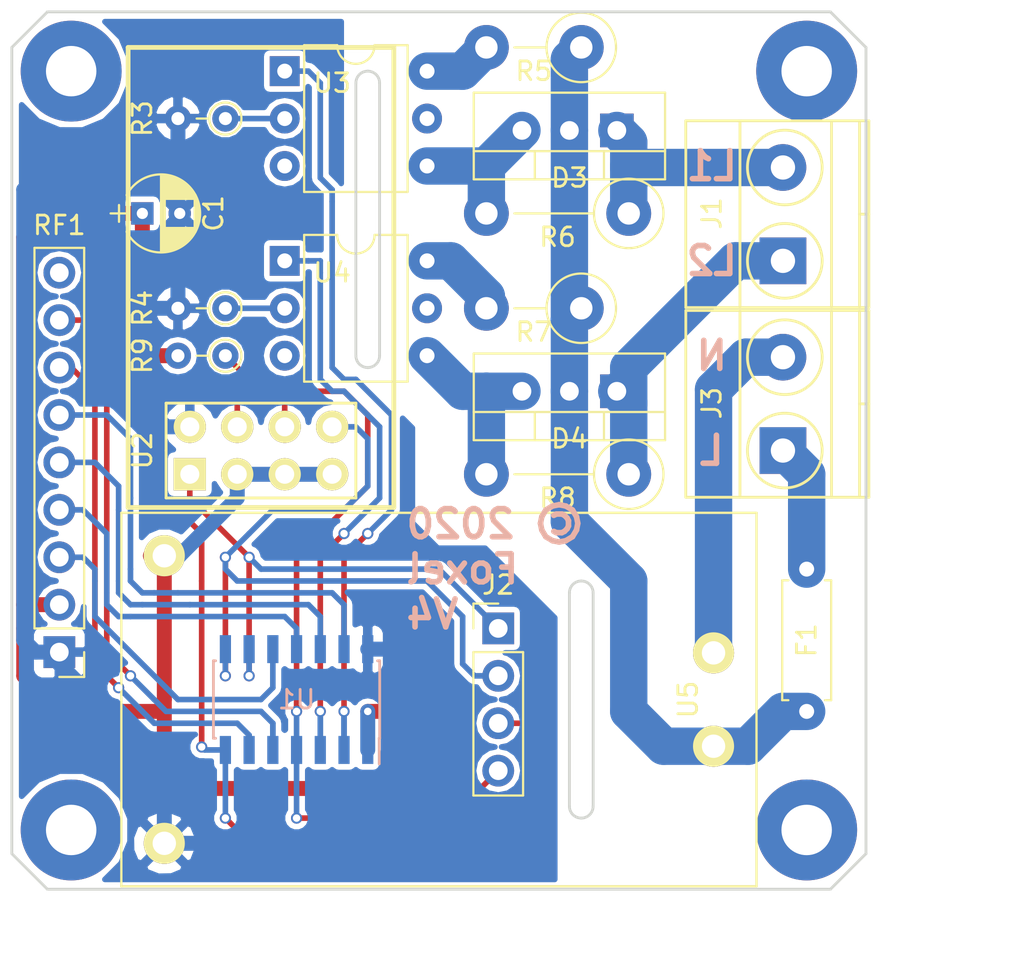
<source format=kicad_pcb>
(kicad_pcb (version 4) (host pcbnew 4.0.7-e2-6376~61~ubuntu18.04.1)

  (general
    (links 49)
    (no_connects 0)
    (area 164.172857 92.74238 238.355 150.020001)
    (thickness 1.6)
    (drawings 27)
    (tracks 274)
    (zones 0)
    (modules 24)
    (nets 26)
  )

  (page A4)
  (layers
    (0 F.Cu signal)
    (31 B.Cu signal)
    (32 B.Adhes user)
    (33 F.Adhes user)
    (34 B.Paste user)
    (35 F.Paste user)
    (36 B.SilkS user)
    (37 F.SilkS user)
    (38 B.Mask user)
    (39 F.Mask user)
    (40 Dwgs.User user)
    (41 Cmts.User user)
    (42 Eco1.User user)
    (43 Eco2.User user)
    (44 Edge.Cuts user)
    (45 Margin user)
    (46 B.CrtYd user)
    (47 F.CrtYd user)
    (48 B.Fab user)
    (49 F.Fab user)
  )

  (setup
    (last_trace_width 0.3)
    (trace_clearance 0.2)
    (zone_clearance 0.3)
    (zone_45_only no)
    (trace_min 0.2)
    (segment_width 0.2)
    (edge_width 0.15)
    (via_size 0.6)
    (via_drill 0.4)
    (via_min_size 0.4)
    (via_min_drill 0.3)
    (uvia_size 0.3)
    (uvia_drill 0.1)
    (uvias_allowed no)
    (uvia_min_size 0.2)
    (uvia_min_drill 0.1)
    (pcb_text_width 0.3)
    (pcb_text_size 1.5 1.5)
    (mod_edge_width 0.15)
    (mod_text_size 1 1)
    (mod_text_width 0.15)
    (pad_size 1.524 1.524)
    (pad_drill 0.762)
    (pad_to_mask_clearance 0.2)
    (aux_axis_origin 0 0)
    (visible_elements FFFFFF7F)
    (pcbplotparams
      (layerselection 0x010f0_80000001)
      (usegerberextensions false)
      (excludeedgelayer true)
      (linewidth 0.100000)
      (plotframeref false)
      (viasonmask false)
      (mode 1)
      (useauxorigin false)
      (hpglpennumber 1)
      (hpglpenspeed 20)
      (hpglpendiameter 15)
      (hpglpenoverlay 2)
      (psnegative false)
      (psa4output false)
      (plotreference true)
      (plotvalue true)
      (plotinvisibletext false)
      (padsonsilk false)
      (subtractmaskfromsilk false)
      (outputformat 1)
      (mirror false)
      (drillshape 0)
      (scaleselection 1)
      (outputdirectory ""))
  )

  (net 0 "")
  (net 1 GND)
  (net 2 "Net-(RF1-Pad3)")
  (net 3 "Net-(D3-Pad2)")
  (net 4 "Net-(D3-Pad1)")
  (net 5 "Net-(D3-Pad3)")
  (net 6 "Net-(D4-Pad1)")
  (net 7 "Net-(D4-Pad3)")
  (net 8 "Net-(R3-Pad1)")
  (net 9 "Net-(R4-Pad1)")
  (net 10 "Net-(R5-Pad2)")
  (net 11 "Net-(R7-Pad2)")
  (net 12 "Net-(F1-Pad2)")
  (net 13 "Net-(J2-Pad1)")
  (net 14 "Net-(J2-Pad2)")
  (net 15 "Net-(J2-Pad3)")
  (net 16 "Net-(J2-Pad4)")
  (net 17 "Net-(RF1-Pad4)")
  (net 18 "Net-(RF1-Pad7)")
  (net 19 "Net-(RF1-Pad8)")
  (net 20 "Net-(RF1-Pad5)")
  (net 21 "Net-(RF1-Pad6)")
  (net 22 +3V3)
  (net 23 "Net-(J3-Pad2)")
  (net 24 "Net-(J4-Pad1)")
  (net 25 "Net-(J4-Pad2)")

  (net_class Default "This is the default net class."
    (clearance 0.2)
    (trace_width 0.3)
    (via_dia 0.6)
    (via_drill 0.4)
    (uvia_dia 0.3)
    (uvia_drill 0.1)
    (add_net "Net-(J2-Pad1)")
    (add_net "Net-(J2-Pad2)")
    (add_net "Net-(J2-Pad3)")
    (add_net "Net-(J2-Pad4)")
    (add_net "Net-(J4-Pad1)")
    (add_net "Net-(J4-Pad2)")
    (add_net "Net-(R3-Pad1)")
    (add_net "Net-(R4-Pad1)")
    (add_net "Net-(RF1-Pad3)")
    (add_net "Net-(RF1-Pad4)")
    (add_net "Net-(RF1-Pad5)")
    (add_net "Net-(RF1-Pad6)")
    (add_net "Net-(RF1-Pad7)")
    (add_net "Net-(RF1-Pad8)")
  )

  (net_class MAINS ""
    (clearance 0.5)
    (trace_width 2)
    (via_dia 0.6)
    (via_drill 0.4)
    (uvia_dia 0.3)
    (uvia_drill 0.1)
    (add_net "Net-(D3-Pad1)")
    (add_net "Net-(D3-Pad2)")
    (add_net "Net-(D3-Pad3)")
    (add_net "Net-(D4-Pad1)")
    (add_net "Net-(D4-Pad3)")
    (add_net "Net-(F1-Pad2)")
    (add_net "Net-(J3-Pad2)")
    (add_net "Net-(R5-Pad2)")
    (add_net "Net-(R7-Pad2)")
  )

  (net_class POWER ""
    (clearance 0.3)
    (trace_width 0.8)
    (via_dia 0.6)
    (via_drill 0.4)
    (uvia_dia 0.3)
    (uvia_drill 0.1)
    (add_net +3V3)
    (add_net GND)
  )

  (module Mounting_Holes:MountingHole_2.7mm_M2.5_Pad (layer F.Cu) (tedit 5A638A02) (tstamp 5A638C5F)
    (at 215.9 100.33)
    (descr "Mounting Hole 2.7mm, M2.5")
    (tags "mounting hole 2.7mm m2.5")
    (fp_text reference REF** (at 0 -3.7) (layer F.SilkS) hide
      (effects (font (size 1 1) (thickness 0.15)))
    )
    (fp_text value MountingHole_2.7mm_M2.5_Pad (at 0 3.7) (layer F.Fab) hide
      (effects (font (size 1 1) (thickness 0.15)))
    )
    (fp_circle (center 0 0) (end 2.7 0) (layer Cmts.User) (width 0.15))
    (fp_circle (center 0 0) (end 2.95 0) (layer F.CrtYd) (width 0.05))
    (pad 1 thru_hole circle (at 0 0) (size 5.4 5.4) (drill 2.7) (layers *.Cu *.Mask))
  )

  (module Mounting_Holes:MountingHole_2.7mm_M2.5_Pad (layer F.Cu) (tedit 5A638A02) (tstamp 5A638C99)
    (at 215.9 140.97)
    (descr "Mounting Hole 2.7mm, M2.5")
    (tags "mounting hole 2.7mm m2.5")
    (fp_text reference REF** (at 0 -3.7) (layer F.SilkS) hide
      (effects (font (size 1 1) (thickness 0.15)))
    )
    (fp_text value MountingHole_2.7mm_M2.5_Pad (at 0 3.7) (layer F.Fab) hide
      (effects (font (size 1 1) (thickness 0.15)))
    )
    (fp_circle (center 0 0) (end 2.7 0) (layer Cmts.User) (width 0.15))
    (fp_circle (center 0 0) (end 2.95 0) (layer F.CrtYd) (width 0.05))
    (pad 1 thru_hole circle (at 0 0) (size 5.4 5.4) (drill 2.7) (layers *.Cu *.Mask))
  )

  (module Pin_Headers:Pin_Header_Straight_1x04_Pitch2.54mm (layer F.Cu) (tedit 59650532) (tstamp 5A692979)
    (at 199.39 130.175)
    (descr "Through hole straight pin header, 1x04, 2.54mm pitch, single row")
    (tags "Through hole pin header THT 1x04 2.54mm single row")
    (path /5A635AA5)
    (fp_text reference J2 (at 0 -2.33) (layer F.SilkS)
      (effects (font (size 1 1) (thickness 0.15)))
    )
    (fp_text value Conn_01x04 (at 0 9.95) (layer F.Fab)
      (effects (font (size 1 1) (thickness 0.15)))
    )
    (fp_line (start -0.635 -1.27) (end 1.27 -1.27) (layer F.Fab) (width 0.1))
    (fp_line (start 1.27 -1.27) (end 1.27 8.89) (layer F.Fab) (width 0.1))
    (fp_line (start 1.27 8.89) (end -1.27 8.89) (layer F.Fab) (width 0.1))
    (fp_line (start -1.27 8.89) (end -1.27 -0.635) (layer F.Fab) (width 0.1))
    (fp_line (start -1.27 -0.635) (end -0.635 -1.27) (layer F.Fab) (width 0.1))
    (fp_line (start -1.33 8.95) (end 1.33 8.95) (layer F.SilkS) (width 0.12))
    (fp_line (start -1.33 1.27) (end -1.33 8.95) (layer F.SilkS) (width 0.12))
    (fp_line (start 1.33 1.27) (end 1.33 8.95) (layer F.SilkS) (width 0.12))
    (fp_line (start -1.33 1.27) (end 1.33 1.27) (layer F.SilkS) (width 0.12))
    (fp_line (start -1.33 0) (end -1.33 -1.33) (layer F.SilkS) (width 0.12))
    (fp_line (start -1.33 -1.33) (end 0 -1.33) (layer F.SilkS) (width 0.12))
    (fp_line (start -1.8 -1.8) (end -1.8 9.4) (layer F.CrtYd) (width 0.05))
    (fp_line (start -1.8 9.4) (end 1.8 9.4) (layer F.CrtYd) (width 0.05))
    (fp_line (start 1.8 9.4) (end 1.8 -1.8) (layer F.CrtYd) (width 0.05))
    (fp_line (start 1.8 -1.8) (end -1.8 -1.8) (layer F.CrtYd) (width 0.05))
    (fp_text user %R (at 0 3.81 90) (layer F.Fab)
      (effects (font (size 1 1) (thickness 0.15)))
    )
    (pad 1 thru_hole rect (at 0 0) (size 1.7 1.7) (drill 1) (layers *.Cu *.Mask)
      (net 13 "Net-(J2-Pad1)"))
    (pad 2 thru_hole oval (at 0 2.54) (size 1.7 1.7) (drill 1) (layers *.Cu *.Mask)
      (net 14 "Net-(J2-Pad2)"))
    (pad 3 thru_hole oval (at 0 5.08) (size 1.7 1.7) (drill 1) (layers *.Cu *.Mask)
      (net 15 "Net-(J2-Pad3)"))
    (pad 4 thru_hole oval (at 0 7.62) (size 1.7 1.7) (drill 1) (layers *.Cu *.Mask)
      (net 16 "Net-(J2-Pad4)"))
    (model ${KISYS3DMOD}/Pin_Headers.3dshapes/Pin_Header_Straight_1x04_Pitch2.54mm.wrl
      (at (xyz 0 0 0))
      (scale (xyz 1 1 1))
      (rotate (xyz 0 0 0))
    )
  )

  (module Housings_DIP:DIP-6_W7.62mm (layer F.Cu) (tedit 5E782CB3) (tstamp 5A12EF56)
    (at 187.96 110.49)
    (descr "6-lead dip package, row spacing 7.62 mm (300 mils)")
    (tags "DIL DIP PDIP 2.54mm 7.62mm 300mil")
    (path /5A132A8B)
    (fp_text reference U4 (at 2.54 0.635) (layer F.SilkS)
      (effects (font (size 1 1) (thickness 0.15)))
    )
    (fp_text value MOC3043M (at 5.715 2.54 90) (layer F.Fab)
      (effects (font (size 1 1) (thickness 0.15)))
    )
    (fp_text user %R (at 3.81 2.54) (layer F.Fab)
      (effects (font (size 1 1) (thickness 0.15)))
    )
    (fp_line (start 1.635 -1.27) (end 6.985 -1.27) (layer F.Fab) (width 0.1))
    (fp_line (start 6.985 -1.27) (end 6.985 6.35) (layer F.Fab) (width 0.1))
    (fp_line (start 6.985 6.35) (end 0.635 6.35) (layer F.Fab) (width 0.1))
    (fp_line (start 0.635 6.35) (end 0.635 -0.27) (layer F.Fab) (width 0.1))
    (fp_line (start 0.635 -0.27) (end 1.635 -1.27) (layer F.Fab) (width 0.1))
    (fp_line (start 2.81 -1.39) (end 1.04 -1.39) (layer F.SilkS) (width 0.12))
    (fp_line (start 1.04 -1.39) (end 1.04 6.47) (layer F.SilkS) (width 0.12))
    (fp_line (start 1.04 6.47) (end 6.58 6.47) (layer F.SilkS) (width 0.12))
    (fp_line (start 6.58 6.47) (end 6.58 -1.39) (layer F.SilkS) (width 0.12))
    (fp_line (start 6.58 -1.39) (end 4.81 -1.39) (layer F.SilkS) (width 0.12))
    (fp_line (start -1.1 -1.6) (end -1.1 6.6) (layer F.CrtYd) (width 0.05))
    (fp_line (start -1.1 6.6) (end 8.7 6.6) (layer F.CrtYd) (width 0.05))
    (fp_line (start 8.7 6.6) (end 8.7 -1.6) (layer F.CrtYd) (width 0.05))
    (fp_line (start 8.7 -1.6) (end -1.1 -1.6) (layer F.CrtYd) (width 0.05))
    (fp_arc (start 3.81 -1.39) (end 2.81 -1.39) (angle -180) (layer F.SilkS) (width 0.12))
    (pad 1 thru_hole rect (at 0 0) (size 1.6 1.6) (drill 0.8) (layers *.Cu *.Mask)
      (net 25 "Net-(J4-Pad2)"))
    (pad 4 thru_hole oval (at 7.62 5.08) (size 1.6 1.6) (drill 0.8) (layers *.Cu *.Mask)
      (net 7 "Net-(D4-Pad3)"))
    (pad 2 thru_hole oval (at 0 2.54) (size 1.6 1.6) (drill 0.8) (layers *.Cu *.Mask)
      (net 9 "Net-(R4-Pad1)"))
    (pad 5 thru_hole oval (at 7.62 2.54) (size 1.6 1.6) (drill 0.8) (layers *.Cu *.Mask))
    (pad 3 thru_hole oval (at 0 5.08) (size 1.6 1.6) (drill 0.8) (layers *.Cu *.Mask))
    (pad 6 thru_hole oval (at 7.62 0) (size 1.6 1.6) (drill 0.8) (layers *.Cu *.Mask)
      (net 11 "Net-(R7-Pad2)"))
    (model ${KISYS3DMOD}/Housings_DIP.3dshapes/DIP-6_W7.62mm.wrl
      (at (xyz 0 0 0))
      (scale (xyz 1 1 1))
      (rotate (xyz 0 0 0))
    )
  )

  (module ESP8266:ESP-01 (layer F.Cu) (tedit 5AEDCAF4) (tstamp 59CBD7BB)
    (at 182.88 121.92 90)
    (descr "Module, ESP-8266, ESP-01, 8 pin")
    (tags "Module ESP-8266 ESP8266")
    (path /59CBD699)
    (fp_text reference U2 (at 1.27 -2.54 270) (layer F.SilkS)
      (effects (font (size 1 1) (thickness 0.15)))
    )
    (fp_text value ESP-01v090 (at 12.192 3.556 90) (layer F.Fab)
      (effects (font (size 1 1) (thickness 0.15)))
    )
    (fp_line (start -1.778 -3.302) (end 22.86 -3.302) (layer F.SilkS) (width 0.254))
    (fp_line (start 22.86 -3.302) (end 22.86 10.922) (layer F.SilkS) (width 0.254))
    (fp_line (start 22.86 10.922) (end -1.778 10.922) (layer F.SilkS) (width 0.254))
    (fp_line (start -1.778 10.922) (end -1.778 -3.302) (layer F.SilkS) (width 0.254))
    (fp_line (start -1.778 -3.302) (end 22.86 -3.302) (layer F.Fab) (width 0.05))
    (fp_line (start 22.86 -3.302) (end 22.86 10.922) (layer F.Fab) (width 0.05))
    (fp_line (start 22.86 10.922) (end -1.778 10.922) (layer F.Fab) (width 0.05))
    (fp_line (start -1.778 10.922) (end -1.778 -3.302) (layer F.Fab) (width 0.05))
    (fp_line (start 1.27 -1.27) (end -1.27 -1.27) (layer F.SilkS) (width 0.1524))
    (fp_line (start -1.27 -1.27) (end -1.27 1.27) (layer F.SilkS) (width 0.1524))
    (fp_line (start -1.75 -1.75) (end -1.75 9.4) (layer F.CrtYd) (width 0.05))
    (fp_line (start 4.3 -1.75) (end 4.3 9.4) (layer F.CrtYd) (width 0.05))
    (fp_line (start -1.75 -1.75) (end 4.3 -1.75) (layer F.CrtYd) (width 0.05))
    (fp_line (start -1.75 9.4) (end 4.3 9.4) (layer F.CrtYd) (width 0.05))
    (fp_line (start -1.27 1.27) (end -1.27 8.89) (layer F.SilkS) (width 0.1524))
    (fp_line (start -1.27 8.89) (end 3.81 8.89) (layer F.SilkS) (width 0.1524))
    (fp_line (start 3.81 8.89) (end 3.81 -1.27) (layer F.SilkS) (width 0.1524))
    (fp_line (start 3.81 -1.27) (end 1.27 -1.27) (layer F.SilkS) (width 0.1524))
    (pad 1 thru_hole rect (at 0 0 90) (size 1.7272 1.7272) (drill 1.016) (layers *.Cu *.Mask F.SilkS)
      (net 13 "Net-(J2-Pad1)"))
    (pad 2 thru_hole oval (at 2.54 0 90) (size 1.7272 1.7272) (drill 1.016) (layers *.Cu *.Mask F.SilkS)
      (net 1 GND))
    (pad 3 thru_hole oval (at 0 2.54 90) (size 1.7272 1.7272) (drill 1.016) (layers *.Cu *.Mask F.SilkS)
      (net 22 +3V3))
    (pad 4 thru_hole oval (at 2.54 2.54 90) (size 1.7272 1.7272) (drill 1.016) (layers *.Cu *.Mask F.SilkS)
      (net 15 "Net-(J2-Pad3)"))
    (pad 5 thru_hole oval (at 0 5.08 90) (size 1.7272 1.7272) (drill 1.016) (layers *.Cu *.Mask F.SilkS)
      (net 22 +3V3))
    (pad 6 thru_hole oval (at 2.54 5.08 90) (size 1.7272 1.7272) (drill 1.016) (layers *.Cu *.Mask F.SilkS)
      (net 16 "Net-(J2-Pad4)"))
    (pad 7 thru_hole oval (at 0 7.62 90) (size 1.7272 1.7272) (drill 1.016) (layers *.Cu *.Mask F.SilkS)
      (net 22 +3V3))
    (pad 8 thru_hole oval (at 2.54 7.62 90) (size 1.7272 1.7272) (drill 1.016) (layers *.Cu *.Mask F.SilkS)
      (net 14 "Net-(J2-Pad2)"))
  )

  (module Mounting_Holes:MountingHole_2.7mm_M2.5_Pad (layer F.Cu) (tedit 5A638A02) (tstamp 5AEDC274)
    (at 176.53 140.97)
    (descr "Mounting Hole 2.7mm, M2.5")
    (tags "mounting hole 2.7mm m2.5")
    (fp_text reference REF** (at 0 -3.7) (layer F.SilkS) hide
      (effects (font (size 1 1) (thickness 0.15)))
    )
    (fp_text value MountingHole_2.7mm_M2.5_Pad (at 0 3.7) (layer F.Fab) hide
      (effects (font (size 1 1) (thickness 0.15)))
    )
    (fp_circle (center 0 0) (end 2.7 0) (layer Cmts.User) (width 0.15))
    (fp_circle (center 0 0) (end 2.95 0) (layer F.CrtYd) (width 0.05))
    (pad 1 thru_hole circle (at 0 0) (size 5.4 5.4) (drill 2.7) (layers *.Cu *.Mask))
  )

  (module Power_Supply:HLK-PM05 (layer F.Cu) (tedit 5A63860C) (tstamp 5A558679)
    (at 196.215 133.985 180)
    (path /5A55884C)
    (fp_text reference U5 (at -13.335 0 270) (layer F.SilkS)
      (effects (font (size 1 1) (thickness 0.15)))
    )
    (fp_text value HLK-PM03 (at -9.525 0 270) (layer F.Fab)
      (effects (font (size 1 1) (thickness 0.15)))
    )
    (fp_line (start 17 10) (end 17 -10) (layer F.SilkS) (width 0.127))
    (fp_line (start -17 -10) (end -17 10) (layer F.SilkS) (width 0.127))
    (fp_line (start -17 10) (end 17 10) (layer F.SilkS) (width 0.127))
    (fp_line (start 17 -10) (end -17 -10) (layer F.SilkS) (width 0.127))
    (pad 1 thru_hole circle (at -14.7 -2.5 180) (size 2.2 2.2) (drill 1.25) (layers *.Cu *.Mask F.SilkS)
      (net 3 "Net-(D3-Pad2)"))
    (pad 2 thru_hole circle (at -14.7 2.5 180) (size 2.2 2.2) (drill 1.25) (layers *.Cu *.Mask F.SilkS)
      (net 23 "Net-(J3-Pad2)"))
    (pad 3 thru_hole circle (at 14.7 -7.7 180) (size 2.2 2.2) (drill 1.25) (layers *.Cu *.Mask F.SilkS)
      (net 1 GND))
    (pad 4 thru_hole circle (at 14.7 7.7 180) (size 2.2 2.2) (drill 1.25) (layers *.Cu *.Mask F.SilkS)
      (net 22 +3V3))
    (model C:/Engineering/KiCAD_Libraries/3D/Power_Supplies/AC_DC_Converters/VRML/HiLink_HLK-PM03.wrl
      (at (xyz 0 0 0))
      (scale (xyz 1 1 1))
      (rotate (xyz 0 0 0))
    )
  )

  (module footprints:RF_Receiver_Decoder (layer F.Cu) (tedit 5A669F8C) (tstamp 5A69297A)
    (at 175.895 131.445 180)
    (descr "Through hole straight pin header, 1x09, 2.54mm pitch, single row")
    (tags "Through hole pin header THT 1x09 2.54mm single row")
    (path /5A625B90)
    (fp_text reference RF1 (at 0 22.86 180) (layer F.SilkS)
      (effects (font (size 1 1) (thickness 0.15)))
    )
    (fp_text value RF_Receiver_EV1527 (at -3.81 10.16 270) (layer F.Fab)
      (effects (font (size 1 1) (thickness 0.15)))
    )
    (fp_line (start -2.54 -2.54) (end 2.54 -2.54) (layer F.CrtYd) (width 0.1))
    (fp_line (start 2.54 -2.54) (end 2.54 27.94) (layer F.CrtYd) (width 0.1))
    (fp_line (start 2.54 27.94) (end -2.54 27.94) (layer F.CrtYd) (width 0.1))
    (fp_line (start -2.54 27.94) (end -2.54 -2.54) (layer F.CrtYd) (width 0.1))
    (fp_line (start -0.635 -1.27) (end 1.27 -1.27) (layer F.Fab) (width 0.1))
    (fp_line (start 1.27 -1.27) (end 1.27 21.59) (layer F.Fab) (width 0.1))
    (fp_line (start 1.27 21.59) (end -1.27 21.59) (layer F.Fab) (width 0.1))
    (fp_line (start -1.27 21.59) (end -1.27 -0.635) (layer F.Fab) (width 0.1))
    (fp_line (start -1.27 -0.635) (end -0.635 -1.27) (layer F.Fab) (width 0.1))
    (fp_line (start -1.33 21.65) (end 1.33 21.65) (layer F.SilkS) (width 0.12))
    (fp_line (start -1.33 1.27) (end -1.33 21.65) (layer F.SilkS) (width 0.12))
    (fp_line (start 1.33 1.27) (end 1.33 21.65) (layer F.SilkS) (width 0.12))
    (fp_line (start -1.33 1.27) (end 1.33 1.27) (layer F.SilkS) (width 0.12))
    (fp_line (start -1.33 0) (end -1.33 -1.33) (layer F.SilkS) (width 0.12))
    (fp_line (start -1.33 -1.33) (end 0 -1.33) (layer F.SilkS) (width 0.12))
    (fp_text user %R (at 0 10.16 270) (layer F.Fab)
      (effects (font (size 1 1) (thickness 0.15)))
    )
    (pad 1 thru_hole rect (at 0 0 180) (size 1.7 1.7) (drill 1) (layers *.Cu *.Mask)
      (net 1 GND))
    (pad 2 thru_hole oval (at 0 2.54 180) (size 1.7 1.7) (drill 1) (layers *.Cu *.Mask)
      (net 22 +3V3))
    (pad 3 thru_hole oval (at 0 5.08 180) (size 1.7 1.7) (drill 1) (layers *.Cu *.Mask)
      (net 2 "Net-(RF1-Pad3)"))
    (pad 4 thru_hole oval (at 0 7.62 180) (size 1.7 1.7) (drill 1) (layers *.Cu *.Mask)
      (net 17 "Net-(RF1-Pad4)"))
    (pad 5 thru_hole oval (at 0 10.16 180) (size 1.7 1.7) (drill 1) (layers *.Cu *.Mask)
      (net 20 "Net-(RF1-Pad5)"))
    (pad 6 thru_hole oval (at 0 12.7 180) (size 1.7 1.7) (drill 1) (layers *.Cu *.Mask)
      (net 21 "Net-(RF1-Pad6)"))
    (pad 7 thru_hole oval (at 0 15.24 180) (size 1.7 1.7) (drill 1) (layers *.Cu *.Mask)
      (net 18 "Net-(RF1-Pad7)"))
    (pad 8 thru_hole oval (at 0 17.78 180) (size 1.7 1.7) (drill 1) (layers *.Cu *.Mask)
      (net 19 "Net-(RF1-Pad8)"))
    (pad 9 thru_hole oval (at 0 20.32 180) (size 1.7 1.7) (drill 1) (layers *.Cu *.Mask))
    (model ${KISYS3DMOD}/Pin_Headers.3dshapes/Pin_Header_Straight_1x09_Pitch2.54mm.wrl
      (at (xyz 0 0 0))
      (scale (xyz 1 1 1))
      (rotate (xyz 0 0 0))
    )
  )

  (module Mounting_Holes:MountingHole_2.7mm_M2.5_Pad (layer F.Cu) (tedit 5A638A02) (tstamp 5A638CA7)
    (at 176.53 100.33)
    (descr "Mounting Hole 2.7mm, M2.5")
    (tags "mounting hole 2.7mm m2.5")
    (fp_text reference REF** (at 0 -3.7) (layer F.SilkS) hide
      (effects (font (size 1 1) (thickness 0.15)))
    )
    (fp_text value MountingHole_2.7mm_M2.5_Pad (at 0 3.7) (layer F.Fab) hide
      (effects (font (size 1 1) (thickness 0.15)))
    )
    (fp_circle (center 0 0) (end 2.7 0) (layer Cmts.User) (width 0.15))
    (fp_circle (center 0 0) (end 2.95 0) (layer F.CrtYd) (width 0.05))
    (pad 1 thru_hole circle (at 0 0) (size 5.4 5.4) (drill 2.7) (layers *.Cu *.Mask))
  )

  (module TO_SOT_Packages_THT:TO-220_Vertical (layer F.Cu) (tedit 5A55ACB5) (tstamp 5A12FCB2)
    (at 205.74 117.475 180)
    (descr "TO-220, Vertical, RM 2.54mm")
    (tags "TO-220 Vertical RM 2.54mm")
    (path /5A132AB3)
    (fp_text reference D4 (at 2.54 -2.54 180) (layer F.SilkS)
      (effects (font (size 1 1) (thickness 0.15)))
    )
    (fp_text value BTA08-600BW (at 0.635 2.54 180) (layer F.Fab)
      (effects (font (size 1 1) (thickness 0.15)))
    )
    (fp_text user %R (at 2.54 -2.54 180) (layer F.Fab)
      (effects (font (size 1 1) (thickness 0.15)))
    )
    (fp_line (start -2.46 -2.5) (end -2.46 1.9) (layer F.Fab) (width 0.1))
    (fp_line (start -2.46 1.9) (end 7.54 1.9) (layer F.Fab) (width 0.1))
    (fp_line (start 7.54 1.9) (end 7.54 -2.5) (layer F.Fab) (width 0.1))
    (fp_line (start 7.54 -2.5) (end -2.46 -2.5) (layer F.Fab) (width 0.1))
    (fp_line (start -2.46 -1.23) (end 7.54 -1.23) (layer F.Fab) (width 0.1))
    (fp_line (start 0.69 -2.5) (end 0.69 -1.23) (layer F.Fab) (width 0.1))
    (fp_line (start 4.39 -2.5) (end 4.39 -1.23) (layer F.Fab) (width 0.1))
    (fp_line (start -2.58 -2.62) (end 7.66 -2.62) (layer F.SilkS) (width 0.12))
    (fp_line (start -2.58 2.021) (end 7.66 2.021) (layer F.SilkS) (width 0.12))
    (fp_line (start -2.58 -2.62) (end -2.58 2.021) (layer F.SilkS) (width 0.12))
    (fp_line (start 7.66 -2.62) (end 7.66 2.021) (layer F.SilkS) (width 0.12))
    (fp_line (start -2.58 -1.11) (end 7.66 -1.11) (layer F.SilkS) (width 0.12))
    (fp_line (start 0.69 -2.62) (end 0.69 -1.11) (layer F.SilkS) (width 0.12))
    (fp_line (start 4.391 -2.62) (end 4.391 -1.11) (layer F.SilkS) (width 0.12))
    (fp_line (start -2.71 -2.75) (end -2.71 2.16) (layer F.CrtYd) (width 0.05))
    (fp_line (start -2.71 2.16) (end 7.79 2.16) (layer F.CrtYd) (width 0.05))
    (fp_line (start 7.79 2.16) (end 7.79 -2.75) (layer F.CrtYd) (width 0.05))
    (fp_line (start 7.79 -2.75) (end -2.71 -2.75) (layer F.CrtYd) (width 0.05))
    (pad 1 thru_hole rect (at 0 0 180) (size 1.8 1.8) (drill 1) (layers *.Cu *.Mask)
      (net 6 "Net-(D4-Pad1)"))
    (pad 2 thru_hole oval (at 2.54 0 180) (size 1.8 1.8) (drill 1) (layers *.Cu *.Mask)
      (net 3 "Net-(D3-Pad2)"))
    (pad 3 thru_hole oval (at 5.08 0 180) (size 1.8 1.8) (drill 1) (layers *.Cu *.Mask)
      (net 7 "Net-(D4-Pad3)"))
    (model ${KISYS3DMOD}/TO_SOT_Packages_THT.3dshapes/TO-220_Vertical.wrl
      (at (xyz 0.1 0 0))
      (scale (xyz 0.393701 0.393701 0.393701))
      (rotate (xyz 0 0 0))
    )
  )

  (module Housings_SOIC:SOIC-14_3.9x8.7mm_Pitch1.27mm (layer B.Cu) (tedit 5A6383F4) (tstamp 59CBD7AF)
    (at 188.595 133.985 90)
    (descr "14-Lead Plastic Small Outline (SL) - Narrow, 3.90 mm Body [SOIC] (see Microchip Packaging Specification 00000049BS.pdf)")
    (tags "SOIC 1.27")
    (path /59CBD50A)
    (attr smd)
    (fp_text reference U1 (at 0 0 180) (layer B.SilkS)
      (effects (font (size 1 1) (thickness 0.15)) (justify mirror))
    )
    (fp_text value ATTINY441-SSU (at 0 -5.375 90) (layer B.Fab)
      (effects (font (size 1 1) (thickness 0.15)) (justify mirror))
    )
    (fp_text user %R (at 0 0 180) (layer B.Fab)
      (effects (font (size 0.9 0.9) (thickness 0.135)) (justify mirror))
    )
    (fp_line (start -0.95 4.35) (end 1.95 4.35) (layer B.Fab) (width 0.15))
    (fp_line (start 1.95 4.35) (end 1.95 -4.35) (layer B.Fab) (width 0.15))
    (fp_line (start 1.95 -4.35) (end -1.95 -4.35) (layer B.Fab) (width 0.15))
    (fp_line (start -1.95 -4.35) (end -1.95 3.35) (layer B.Fab) (width 0.15))
    (fp_line (start -1.95 3.35) (end -0.95 4.35) (layer B.Fab) (width 0.15))
    (fp_line (start -3.7 4.65) (end -3.7 -4.65) (layer B.CrtYd) (width 0.05))
    (fp_line (start 3.7 4.65) (end 3.7 -4.65) (layer B.CrtYd) (width 0.05))
    (fp_line (start -3.7 4.65) (end 3.7 4.65) (layer B.CrtYd) (width 0.05))
    (fp_line (start -3.7 -4.65) (end 3.7 -4.65) (layer B.CrtYd) (width 0.05))
    (fp_line (start -2.075 4.45) (end -2.075 4.425) (layer B.SilkS) (width 0.15))
    (fp_line (start 2.075 4.45) (end 2.075 4.335) (layer B.SilkS) (width 0.15))
    (fp_line (start 2.075 -4.45) (end 2.075 -4.335) (layer B.SilkS) (width 0.15))
    (fp_line (start -2.075 -4.45) (end -2.075 -4.335) (layer B.SilkS) (width 0.15))
    (fp_line (start -2.075 4.45) (end 2.075 4.45) (layer B.SilkS) (width 0.15))
    (fp_line (start -2.075 -4.45) (end 2.075 -4.45) (layer B.SilkS) (width 0.15))
    (fp_line (start -2.075 4.425) (end -3.45 4.425) (layer B.SilkS) (width 0.15))
    (pad 1 smd rect (at -2.7 3.81 90) (size 1.5 0.6) (layers B.Cu B.Paste B.Mask)
      (net 22 +3V3))
    (pad 2 smd rect (at -2.7 2.54 90) (size 1.5 0.6) (layers B.Cu B.Paste B.Mask)
      (net 24 "Net-(J4-Pad1)"))
    (pad 3 smd rect (at -2.7 1.27 90) (size 1.5 0.6) (layers B.Cu B.Paste B.Mask)
      (net 25 "Net-(J4-Pad2)"))
    (pad 4 smd rect (at -2.7 0 90) (size 1.5 0.6) (layers B.Cu B.Paste B.Mask)
      (net 16 "Net-(J2-Pad4)"))
    (pad 5 smd rect (at -2.7 -1.27 90) (size 1.5 0.6) (layers B.Cu B.Paste B.Mask)
      (net 19 "Net-(RF1-Pad8)"))
    (pad 6 smd rect (at -2.7 -2.54 90) (size 1.5 0.6) (layers B.Cu B.Paste B.Mask)
      (net 18 "Net-(RF1-Pad7)"))
    (pad 7 smd rect (at -2.7 -3.81 90) (size 1.5 0.6) (layers B.Cu B.Paste B.Mask)
      (net 15 "Net-(J2-Pad3)"))
    (pad 8 smd rect (at 2.7 -3.81 90) (size 1.5 0.6) (layers B.Cu B.Paste B.Mask)
      (net 14 "Net-(J2-Pad2)"))
    (pad 9 smd rect (at 2.7 -2.54 90) (size 1.5 0.6) (layers B.Cu B.Paste B.Mask)
      (net 13 "Net-(J2-Pad1)"))
    (pad 10 smd rect (at 2.7 -1.27 90) (size 1.5 0.6) (layers B.Cu B.Paste B.Mask)
      (net 2 "Net-(RF1-Pad3)"))
    (pad 11 smd rect (at 2.7 0 90) (size 1.5 0.6) (layers B.Cu B.Paste B.Mask)
      (net 17 "Net-(RF1-Pad4)"))
    (pad 12 smd rect (at 2.7 1.27 90) (size 1.5 0.6) (layers B.Cu B.Paste B.Mask)
      (net 20 "Net-(RF1-Pad5)"))
    (pad 13 smd rect (at 2.7 2.54 90) (size 1.5 0.6) (layers B.Cu B.Paste B.Mask)
      (net 21 "Net-(RF1-Pad6)"))
    (pad 14 smd rect (at 2.7 3.81 90) (size 1.5 0.6) (layers B.Cu B.Paste B.Mask)
      (net 1 GND))
    (model ${KISYS3DMOD}/Housings_SOIC.3dshapes/SOIC-14_3.9x8.7mm_Pitch1.27mm.wrl
      (at (xyz 0 0 0))
      (scale (xyz 1 1 1))
      (rotate (xyz 0 0 0))
    )
  )

  (module Housings_DIP:DIP-6_W7.62mm (layer F.Cu) (tedit 5E782C9F) (tstamp 5A12EF4C)
    (at 187.96 100.33)
    (descr "6-lead dip package, row spacing 7.62 mm (300 mils)")
    (tags "DIL DIP PDIP 2.54mm 7.62mm 300mil")
    (path /5A12EA5D)
    (fp_text reference U3 (at 2.54 0.635) (layer F.SilkS)
      (effects (font (size 1 1) (thickness 0.15)))
    )
    (fp_text value MOC3043M (at 5.715 2.54 90) (layer F.Fab)
      (effects (font (size 1 1) (thickness 0.15)))
    )
    (fp_text user %R (at 3.81 2.54) (layer F.Fab)
      (effects (font (size 1 1) (thickness 0.15)))
    )
    (fp_line (start 1.635 -1.27) (end 6.985 -1.27) (layer F.Fab) (width 0.1))
    (fp_line (start 6.985 -1.27) (end 6.985 6.35) (layer F.Fab) (width 0.1))
    (fp_line (start 6.985 6.35) (end 0.635 6.35) (layer F.Fab) (width 0.1))
    (fp_line (start 0.635 6.35) (end 0.635 -0.27) (layer F.Fab) (width 0.1))
    (fp_line (start 0.635 -0.27) (end 1.635 -1.27) (layer F.Fab) (width 0.1))
    (fp_line (start 2.81 -1.39) (end 1.04 -1.39) (layer F.SilkS) (width 0.12))
    (fp_line (start 1.04 -1.39) (end 1.04 6.47) (layer F.SilkS) (width 0.12))
    (fp_line (start 1.04 6.47) (end 6.58 6.47) (layer F.SilkS) (width 0.12))
    (fp_line (start 6.58 6.47) (end 6.58 -1.39) (layer F.SilkS) (width 0.12))
    (fp_line (start 6.58 -1.39) (end 4.81 -1.39) (layer F.SilkS) (width 0.12))
    (fp_line (start -1.1 -1.6) (end -1.1 6.6) (layer F.CrtYd) (width 0.05))
    (fp_line (start -1.1 6.6) (end 8.7 6.6) (layer F.CrtYd) (width 0.05))
    (fp_line (start 8.7 6.6) (end 8.7 -1.6) (layer F.CrtYd) (width 0.05))
    (fp_line (start 8.7 -1.6) (end -1.1 -1.6) (layer F.CrtYd) (width 0.05))
    (fp_arc (start 3.81 -1.39) (end 2.81 -1.39) (angle -180) (layer F.SilkS) (width 0.12))
    (pad 1 thru_hole rect (at 0 0) (size 1.6 1.6) (drill 0.8) (layers *.Cu *.Mask)
      (net 24 "Net-(J4-Pad1)"))
    (pad 4 thru_hole oval (at 7.62 5.08) (size 1.6 1.6) (drill 0.8) (layers *.Cu *.Mask)
      (net 5 "Net-(D3-Pad3)"))
    (pad 2 thru_hole oval (at 0 2.54) (size 1.6 1.6) (drill 0.8) (layers *.Cu *.Mask)
      (net 8 "Net-(R3-Pad1)"))
    (pad 5 thru_hole oval (at 7.62 2.54) (size 1.6 1.6) (drill 0.8) (layers *.Cu *.Mask))
    (pad 3 thru_hole oval (at 0 5.08) (size 1.6 1.6) (drill 0.8) (layers *.Cu *.Mask))
    (pad 6 thru_hole oval (at 7.62 0) (size 1.6 1.6) (drill 0.8) (layers *.Cu *.Mask)
      (net 10 "Net-(R5-Pad2)"))
    (model ${KISYS3DMOD}/Housings_DIP.3dshapes/DIP-6_W7.62mm.wrl
      (at (xyz 0 0 0))
      (scale (xyz 1 1 1))
      (rotate (xyz 0 0 0))
    )
  )

  (module TO_SOT_Packages_THT:TO-220_Vertical (layer F.Cu) (tedit 5A55ACB0) (tstamp 5A12FCAC)
    (at 205.74 103.505 180)
    (descr "TO-220, Vertical, RM 2.54mm")
    (tags "TO-220 Vertical RM 2.54mm")
    (path /5A12F072)
    (fp_text reference D3 (at 2.54 -2.54 180) (layer F.SilkS)
      (effects (font (size 1 1) (thickness 0.15)))
    )
    (fp_text value BTA08-600BW (at 0.635 2.54 180) (layer F.Fab)
      (effects (font (size 1 1) (thickness 0.15)))
    )
    (fp_text user %R (at 2.54 -2.54 180) (layer F.Fab)
      (effects (font (size 1 1) (thickness 0.15)))
    )
    (fp_line (start -2.46 -2.5) (end -2.46 1.9) (layer F.Fab) (width 0.1))
    (fp_line (start -2.46 1.9) (end 7.54 1.9) (layer F.Fab) (width 0.1))
    (fp_line (start 7.54 1.9) (end 7.54 -2.5) (layer F.Fab) (width 0.1))
    (fp_line (start 7.54 -2.5) (end -2.46 -2.5) (layer F.Fab) (width 0.1))
    (fp_line (start -2.46 -1.23) (end 7.54 -1.23) (layer F.Fab) (width 0.1))
    (fp_line (start 0.69 -2.5) (end 0.69 -1.23) (layer F.Fab) (width 0.1))
    (fp_line (start 4.39 -2.5) (end 4.39 -1.23) (layer F.Fab) (width 0.1))
    (fp_line (start -2.58 -2.62) (end 7.66 -2.62) (layer F.SilkS) (width 0.12))
    (fp_line (start -2.58 2.021) (end 7.66 2.021) (layer F.SilkS) (width 0.12))
    (fp_line (start -2.58 -2.62) (end -2.58 2.021) (layer F.SilkS) (width 0.12))
    (fp_line (start 7.66 -2.62) (end 7.66 2.021) (layer F.SilkS) (width 0.12))
    (fp_line (start -2.58 -1.11) (end 7.66 -1.11) (layer F.SilkS) (width 0.12))
    (fp_line (start 0.69 -2.62) (end 0.69 -1.11) (layer F.SilkS) (width 0.12))
    (fp_line (start 4.391 -2.62) (end 4.391 -1.11) (layer F.SilkS) (width 0.12))
    (fp_line (start -2.71 -2.75) (end -2.71 2.16) (layer F.CrtYd) (width 0.05))
    (fp_line (start -2.71 2.16) (end 7.79 2.16) (layer F.CrtYd) (width 0.05))
    (fp_line (start 7.79 2.16) (end 7.79 -2.75) (layer F.CrtYd) (width 0.05))
    (fp_line (start 7.79 -2.75) (end -2.71 -2.75) (layer F.CrtYd) (width 0.05))
    (pad 1 thru_hole rect (at 0 0 180) (size 1.8 1.8) (drill 1) (layers *.Cu *.Mask)
      (net 4 "Net-(D3-Pad1)"))
    (pad 2 thru_hole oval (at 2.54 0 180) (size 1.8 1.8) (drill 1) (layers *.Cu *.Mask)
      (net 3 "Net-(D3-Pad2)"))
    (pad 3 thru_hole oval (at 5.08 0 180) (size 1.8 1.8) (drill 1) (layers *.Cu *.Mask)
      (net 5 "Net-(D3-Pad3)"))
    (model ${KISYS3DMOD}/TO_SOT_Packages_THT.3dshapes/TO-220_Vertical.wrl
      (at (xyz 0.1 0 0))
      (scale (xyz 0.393701 0.393701 0.393701))
      (rotate (xyz 0 0 0))
    )
  )

  (module Resistors_THT:R_Axial_DIN0411_L9.9mm_D3.6mm_P5.08mm_Vertical (layer F.Cu) (tedit 5A55ACBA) (tstamp 5A55A90B)
    (at 203.835 99.06 180)
    (descr "Resistor, Axial_DIN0411 series, Axial, Vertical, pin pitch=5.08mm, 1W = 1/1W, length*diameter=9.9*3.6mm^2")
    (tags "Resistor Axial_DIN0411 series Axial Vertical pin pitch 5.08mm 1W = 1/1W length 9.9mm diameter 3.6mm")
    (path /5A12F124)
    (fp_text reference R5 (at 2.54 -1.27 180) (layer F.SilkS)
      (effects (font (size 1 1) (thickness 0.15)))
    )
    (fp_text value 390R (at 2.54 1.27 180) (layer F.Fab)
      (effects (font (size 1 1) (thickness 0.15)))
    )
    (fp_circle (center 0 0) (end 1.8 0) (layer F.Fab) (width 0.1))
    (fp_circle (center 0 0) (end 1.86 0) (layer F.SilkS) (width 0.12))
    (fp_line (start 0 0) (end 5.08 0) (layer F.Fab) (width 0.1))
    (fp_line (start 1.86 0) (end 3.58 0) (layer F.SilkS) (width 0.12))
    (fp_line (start -2.15 -2.15) (end -2.15 2.15) (layer F.CrtYd) (width 0.05))
    (fp_line (start -2.15 2.15) (end 6.6 2.15) (layer F.CrtYd) (width 0.05))
    (fp_line (start 6.6 2.15) (end 6.6 -2.15) (layer F.CrtYd) (width 0.05))
    (fp_line (start 6.6 -2.15) (end -2.15 -2.15) (layer F.CrtYd) (width 0.05))
    (pad 1 thru_hole circle (at 0 0 180) (size 2.4 2.4) (drill 1.2) (layers *.Cu *.Mask)
      (net 3 "Net-(D3-Pad2)"))
    (pad 2 thru_hole oval (at 5.08 0 180) (size 2.4 2.4) (drill 1.2) (layers *.Cu *.Mask)
      (net 10 "Net-(R5-Pad2)"))
    (model ${KISYS3DMOD}/Resistors_THT.3dshapes/R_Axial_DIN0411_L9.9mm_D3.6mm_P5.08mm_Vertical.wrl
      (at (xyz 0 0 0))
      (scale (xyz 0.393701 0.393701 0.393701))
      (rotate (xyz 0 0 0))
    )
  )

  (module Resistors_THT:R_Axial_DIN0411_L9.9mm_D3.6mm_P5.08mm_Vertical (layer F.Cu) (tedit 5A55ACBD) (tstamp 5A55A910)
    (at 203.835 113.03 180)
    (descr "Resistor, Axial_DIN0411 series, Axial, Vertical, pin pitch=5.08mm, 1W = 1/1W, length*diameter=9.9*3.6mm^2")
    (tags "Resistor Axial_DIN0411 series Axial Vertical pin pitch 5.08mm 1W = 1/1W length 9.9mm diameter 3.6mm")
    (path /5A132AB9)
    (fp_text reference R7 (at 2.54 -1.27 180) (layer F.SilkS)
      (effects (font (size 1 1) (thickness 0.15)))
    )
    (fp_text value 390R (at 2.54 1.27 180) (layer F.Fab)
      (effects (font (size 1 1) (thickness 0.15)))
    )
    (fp_circle (center 0 0) (end 1.8 0) (layer F.Fab) (width 0.1))
    (fp_circle (center 0 0) (end 1.86 0) (layer F.SilkS) (width 0.12))
    (fp_line (start 0 0) (end 5.08 0) (layer F.Fab) (width 0.1))
    (fp_line (start 1.86 0) (end 3.58 0) (layer F.SilkS) (width 0.12))
    (fp_line (start -2.15 -2.15) (end -2.15 2.15) (layer F.CrtYd) (width 0.05))
    (fp_line (start -2.15 2.15) (end 6.6 2.15) (layer F.CrtYd) (width 0.05))
    (fp_line (start 6.6 2.15) (end 6.6 -2.15) (layer F.CrtYd) (width 0.05))
    (fp_line (start 6.6 -2.15) (end -2.15 -2.15) (layer F.CrtYd) (width 0.05))
    (pad 1 thru_hole circle (at 0 0 180) (size 2.4 2.4) (drill 1.2) (layers *.Cu *.Mask)
      (net 3 "Net-(D3-Pad2)"))
    (pad 2 thru_hole oval (at 5.08 0 180) (size 2.4 2.4) (drill 1.2) (layers *.Cu *.Mask)
      (net 11 "Net-(R7-Pad2)"))
    (model ${KISYS3DMOD}/Resistors_THT.3dshapes/R_Axial_DIN0411_L9.9mm_D3.6mm_P5.08mm_Vertical.wrl
      (at (xyz 0 0 0))
      (scale (xyz 0.393701 0.393701 0.393701))
      (rotate (xyz 0 0 0))
    )
  )

  (module Resistors_THT:R_Axial_DIN0411_L9.9mm_D3.6mm_P7.62mm_Vertical (layer F.Cu) (tedit 5A55ACA8) (tstamp 5A55ABA4)
    (at 206.375 107.95 180)
    (descr "Resistor, Axial_DIN0411 series, Axial, Vertical, pin pitch=7.62mm, 1W = 1/1W, length*diameter=9.9*3.6mm^2")
    (tags "Resistor Axial_DIN0411 series Axial Vertical pin pitch 7.62mm 1W = 1/1W length 9.9mm diameter 3.6mm")
    (path /5A12F2D1)
    (fp_text reference R6 (at 3.81 -1.27 180) (layer F.SilkS)
      (effects (font (size 1 1) (thickness 0.15)))
    )
    (fp_text value 470R (at 3.81 1.27 180) (layer F.Fab)
      (effects (font (size 1 1) (thickness 0.15)))
    )
    (fp_circle (center 0 0) (end 1.8 0) (layer F.Fab) (width 0.1))
    (fp_circle (center 0 0) (end 1.86 0) (layer F.SilkS) (width 0.12))
    (fp_line (start 0 0) (end 7.62 0) (layer F.Fab) (width 0.1))
    (fp_line (start 1.86 0) (end 6.12 0) (layer F.SilkS) (width 0.12))
    (fp_line (start -2.15 -2.15) (end -2.15 2.15) (layer F.CrtYd) (width 0.05))
    (fp_line (start -2.15 2.15) (end 9.15 2.15) (layer F.CrtYd) (width 0.05))
    (fp_line (start 9.15 2.15) (end 9.15 -2.15) (layer F.CrtYd) (width 0.05))
    (fp_line (start 9.15 -2.15) (end -2.15 -2.15) (layer F.CrtYd) (width 0.05))
    (pad 1 thru_hole circle (at 0 0 180) (size 2.4 2.4) (drill 1.2) (layers *.Cu *.Mask)
      (net 4 "Net-(D3-Pad1)"))
    (pad 2 thru_hole oval (at 7.62 0 180) (size 2.4 2.4) (drill 1.2) (layers *.Cu *.Mask)
      (net 5 "Net-(D3-Pad3)"))
    (model ${KISYS3DMOD}/Resistors_THT.3dshapes/R_Axial_DIN0411_L9.9mm_D3.6mm_P7.62mm_Vertical.wrl
      (at (xyz 0 0 0))
      (scale (xyz 0.393701 0.393701 0.393701))
      (rotate (xyz 0 0 0))
    )
  )

  (module Resistors_THT:R_Axial_DIN0411_L9.9mm_D3.6mm_P7.62mm_Vertical (layer F.Cu) (tedit 5A55ACAB) (tstamp 5A55ABA9)
    (at 206.375 121.92 180)
    (descr "Resistor, Axial_DIN0411 series, Axial, Vertical, pin pitch=7.62mm, 1W = 1/1W, length*diameter=9.9*3.6mm^2")
    (tags "Resistor Axial_DIN0411 series Axial Vertical pin pitch 7.62mm 1W = 1/1W length 9.9mm diameter 3.6mm")
    (path /5A132AC2)
    (fp_text reference R8 (at 3.81 -1.27 180) (layer F.SilkS)
      (effects (font (size 1 1) (thickness 0.15)))
    )
    (fp_text value 470R (at 3.81 1.27 180) (layer F.Fab)
      (effects (font (size 1 1) (thickness 0.15)))
    )
    (fp_circle (center 0 0) (end 1.8 0) (layer F.Fab) (width 0.1))
    (fp_circle (center 0 0) (end 1.86 0) (layer F.SilkS) (width 0.12))
    (fp_line (start 0 0) (end 7.62 0) (layer F.Fab) (width 0.1))
    (fp_line (start 1.86 0) (end 6.12 0) (layer F.SilkS) (width 0.12))
    (fp_line (start -2.15 -2.15) (end -2.15 2.15) (layer F.CrtYd) (width 0.05))
    (fp_line (start -2.15 2.15) (end 9.15 2.15) (layer F.CrtYd) (width 0.05))
    (fp_line (start 9.15 2.15) (end 9.15 -2.15) (layer F.CrtYd) (width 0.05))
    (fp_line (start 9.15 -2.15) (end -2.15 -2.15) (layer F.CrtYd) (width 0.05))
    (pad 1 thru_hole circle (at 0 0 180) (size 2.4 2.4) (drill 1.2) (layers *.Cu *.Mask)
      (net 6 "Net-(D4-Pad1)"))
    (pad 2 thru_hole oval (at 7.62 0 180) (size 2.4 2.4) (drill 1.2) (layers *.Cu *.Mask)
      (net 7 "Net-(D4-Pad3)"))
    (model ${KISYS3DMOD}/Resistors_THT.3dshapes/R_Axial_DIN0411_L9.9mm_D3.6mm_P7.62mm_Vertical.wrl
      (at (xyz 0 0 0))
      (scale (xyz 0.393701 0.393701 0.393701))
      (rotate (xyz 0 0 0))
    )
  )

  (module Resistors_THT:R_Axial_DIN0207_L6.3mm_D2.5mm_P7.62mm_Horizontal (layer F.Cu) (tedit 5A6695BE) (tstamp 5A6693F1)
    (at 215.9 134.62 90)
    (descr "Resistor, Axial_DIN0207 series, Axial, Horizontal, pin pitch=7.62mm, 0.25W = 1/4W, length*diameter=6.3*2.5mm^2, http://cdn-reichelt.de/documents/datenblatt/B400/1_4W%23YAG.pdf")
    (tags "Resistor Axial_DIN0207 series Axial Horizontal pin pitch 7.62mm 0.25W = 1/4W length 6.3mm diameter 2.5mm")
    (path /5A136B02)
    (fp_text reference F1 (at 3.81 0 90) (layer F.SilkS)
      (effects (font (size 1 1) (thickness 0.15)))
    )
    (fp_text value Fuse_Small (at 3.81 2.31 90) (layer F.Fab)
      (effects (font (size 1 1) (thickness 0.15)))
    )
    (fp_line (start 0.66 -1.25) (end 0.66 1.25) (layer F.Fab) (width 0.1))
    (fp_line (start 0.66 1.25) (end 6.96 1.25) (layer F.Fab) (width 0.1))
    (fp_line (start 6.96 1.25) (end 6.96 -1.25) (layer F.Fab) (width 0.1))
    (fp_line (start 6.96 -1.25) (end 0.66 -1.25) (layer F.Fab) (width 0.1))
    (fp_line (start 0 0) (end 0.66 0) (layer F.Fab) (width 0.1))
    (fp_line (start 7.62 0) (end 6.96 0) (layer F.Fab) (width 0.1))
    (fp_line (start 0.6 -0.98) (end 0.6 -1.31) (layer F.SilkS) (width 0.12))
    (fp_line (start 0.6 -1.31) (end 7.02 -1.31) (layer F.SilkS) (width 0.12))
    (fp_line (start 7.02 -1.31) (end 7.02 -0.98) (layer F.SilkS) (width 0.12))
    (fp_line (start 0.6 0.98) (end 0.6 1.31) (layer F.SilkS) (width 0.12))
    (fp_line (start 0.6 1.31) (end 7.02 1.31) (layer F.SilkS) (width 0.12))
    (fp_line (start 7.02 1.31) (end 7.02 0.98) (layer F.SilkS) (width 0.12))
    (fp_line (start -1.05 -1.6) (end -1.05 1.6) (layer F.CrtYd) (width 0.05))
    (fp_line (start -1.05 1.6) (end 8.7 1.6) (layer F.CrtYd) (width 0.05))
    (fp_line (start 8.7 1.6) (end 8.7 -1.6) (layer F.CrtYd) (width 0.05))
    (fp_line (start 8.7 -1.6) (end -1.05 -1.6) (layer F.CrtYd) (width 0.05))
    (pad 1 thru_hole circle (at 0 0 90) (size 1.6 1.6) (drill 0.8) (layers *.Cu *.Mask)
      (net 3 "Net-(D3-Pad2)"))
    (pad 2 thru_hole oval (at 7.62 0 90) (size 1.6 1.6) (drill 0.8) (layers *.Cu *.Mask)
      (net 12 "Net-(F1-Pad2)"))
    (model ${KISYS3DMOD}/Resistors_THT.3dshapes/R_Axial_DIN0207_L6.3mm_D2.5mm_P7.62mm_Horizontal.wrl
      (at (xyz 0 0 0))
      (scale (xyz 0.393701 0.393701 0.393701))
      (rotate (xyz 0 0 0))
    )
  )

  (module Capacitors_THT:CP_Radial_D4.0mm_P2.00mm (layer F.Cu) (tedit 5A669F71) (tstamp 5A669B79)
    (at 180.34 107.95)
    (descr "CP, Radial series, Radial, pin pitch=2.00mm, , diameter=4mm, Electrolytic Capacitor")
    (tags "CP Radial series Radial pin pitch 2.00mm  diameter 4mm Electrolytic Capacitor")
    (path /5A669960)
    (fp_text reference C1 (at 3.81 0 270) (layer F.SilkS)
      (effects (font (size 1 1) (thickness 0.15)))
    )
    (fp_text value CP_Small (at 1 3.31) (layer F.Fab)
      (effects (font (size 1 1) (thickness 0.15)))
    )
    (fp_arc (start 1 0) (end -0.845996 -0.98) (angle 124.1) (layer F.SilkS) (width 0.12))
    (fp_arc (start 1 0) (end -0.845996 0.98) (angle -124.1) (layer F.SilkS) (width 0.12))
    (fp_arc (start 1 0) (end 2.845996 -0.98) (angle 55.9) (layer F.SilkS) (width 0.12))
    (fp_circle (center 1 0) (end 3 0) (layer F.Fab) (width 0.1))
    (fp_line (start -1.7 0) (end -0.8 0) (layer F.Fab) (width 0.1))
    (fp_line (start -1.25 -0.45) (end -1.25 0.45) (layer F.Fab) (width 0.1))
    (fp_line (start 1 -2.05) (end 1 2.05) (layer F.SilkS) (width 0.12))
    (fp_line (start 1.04 -2.05) (end 1.04 2.05) (layer F.SilkS) (width 0.12))
    (fp_line (start 1.08 -2.049) (end 1.08 2.049) (layer F.SilkS) (width 0.12))
    (fp_line (start 1.12 -2.047) (end 1.12 2.047) (layer F.SilkS) (width 0.12))
    (fp_line (start 1.16 -2.044) (end 1.16 2.044) (layer F.SilkS) (width 0.12))
    (fp_line (start 1.2 -2.041) (end 1.2 2.041) (layer F.SilkS) (width 0.12))
    (fp_line (start 1.24 -2.037) (end 1.24 -0.78) (layer F.SilkS) (width 0.12))
    (fp_line (start 1.24 0.78) (end 1.24 2.037) (layer F.SilkS) (width 0.12))
    (fp_line (start 1.28 -2.032) (end 1.28 -0.78) (layer F.SilkS) (width 0.12))
    (fp_line (start 1.28 0.78) (end 1.28 2.032) (layer F.SilkS) (width 0.12))
    (fp_line (start 1.32 -2.026) (end 1.32 -0.78) (layer F.SilkS) (width 0.12))
    (fp_line (start 1.32 0.78) (end 1.32 2.026) (layer F.SilkS) (width 0.12))
    (fp_line (start 1.36 -2.019) (end 1.36 -0.78) (layer F.SilkS) (width 0.12))
    (fp_line (start 1.36 0.78) (end 1.36 2.019) (layer F.SilkS) (width 0.12))
    (fp_line (start 1.4 -2.012) (end 1.4 -0.78) (layer F.SilkS) (width 0.12))
    (fp_line (start 1.4 0.78) (end 1.4 2.012) (layer F.SilkS) (width 0.12))
    (fp_line (start 1.44 -2.004) (end 1.44 -0.78) (layer F.SilkS) (width 0.12))
    (fp_line (start 1.44 0.78) (end 1.44 2.004) (layer F.SilkS) (width 0.12))
    (fp_line (start 1.48 -1.995) (end 1.48 -0.78) (layer F.SilkS) (width 0.12))
    (fp_line (start 1.48 0.78) (end 1.48 1.995) (layer F.SilkS) (width 0.12))
    (fp_line (start 1.52 -1.985) (end 1.52 -0.78) (layer F.SilkS) (width 0.12))
    (fp_line (start 1.52 0.78) (end 1.52 1.985) (layer F.SilkS) (width 0.12))
    (fp_line (start 1.56 -1.974) (end 1.56 -0.78) (layer F.SilkS) (width 0.12))
    (fp_line (start 1.56 0.78) (end 1.56 1.974) (layer F.SilkS) (width 0.12))
    (fp_line (start 1.6 -1.963) (end 1.6 -0.78) (layer F.SilkS) (width 0.12))
    (fp_line (start 1.6 0.78) (end 1.6 1.963) (layer F.SilkS) (width 0.12))
    (fp_line (start 1.64 -1.95) (end 1.64 -0.78) (layer F.SilkS) (width 0.12))
    (fp_line (start 1.64 0.78) (end 1.64 1.95) (layer F.SilkS) (width 0.12))
    (fp_line (start 1.68 -1.937) (end 1.68 -0.78) (layer F.SilkS) (width 0.12))
    (fp_line (start 1.68 0.78) (end 1.68 1.937) (layer F.SilkS) (width 0.12))
    (fp_line (start 1.721 -1.923) (end 1.721 -0.78) (layer F.SilkS) (width 0.12))
    (fp_line (start 1.721 0.78) (end 1.721 1.923) (layer F.SilkS) (width 0.12))
    (fp_line (start 1.761 -1.907) (end 1.761 -0.78) (layer F.SilkS) (width 0.12))
    (fp_line (start 1.761 0.78) (end 1.761 1.907) (layer F.SilkS) (width 0.12))
    (fp_line (start 1.801 -1.891) (end 1.801 -0.78) (layer F.SilkS) (width 0.12))
    (fp_line (start 1.801 0.78) (end 1.801 1.891) (layer F.SilkS) (width 0.12))
    (fp_line (start 1.841 -1.874) (end 1.841 -0.78) (layer F.SilkS) (width 0.12))
    (fp_line (start 1.841 0.78) (end 1.841 1.874) (layer F.SilkS) (width 0.12))
    (fp_line (start 1.881 -1.856) (end 1.881 -0.78) (layer F.SilkS) (width 0.12))
    (fp_line (start 1.881 0.78) (end 1.881 1.856) (layer F.SilkS) (width 0.12))
    (fp_line (start 1.921 -1.837) (end 1.921 -0.78) (layer F.SilkS) (width 0.12))
    (fp_line (start 1.921 0.78) (end 1.921 1.837) (layer F.SilkS) (width 0.12))
    (fp_line (start 1.961 -1.817) (end 1.961 -0.78) (layer F.SilkS) (width 0.12))
    (fp_line (start 1.961 0.78) (end 1.961 1.817) (layer F.SilkS) (width 0.12))
    (fp_line (start 2.001 -1.796) (end 2.001 -0.78) (layer F.SilkS) (width 0.12))
    (fp_line (start 2.001 0.78) (end 2.001 1.796) (layer F.SilkS) (width 0.12))
    (fp_line (start 2.041 -1.773) (end 2.041 -0.78) (layer F.SilkS) (width 0.12))
    (fp_line (start 2.041 0.78) (end 2.041 1.773) (layer F.SilkS) (width 0.12))
    (fp_line (start 2.081 -1.75) (end 2.081 -0.78) (layer F.SilkS) (width 0.12))
    (fp_line (start 2.081 0.78) (end 2.081 1.75) (layer F.SilkS) (width 0.12))
    (fp_line (start 2.121 -1.725) (end 2.121 -0.78) (layer F.SilkS) (width 0.12))
    (fp_line (start 2.121 0.78) (end 2.121 1.725) (layer F.SilkS) (width 0.12))
    (fp_line (start 2.161 -1.699) (end 2.161 -0.78) (layer F.SilkS) (width 0.12))
    (fp_line (start 2.161 0.78) (end 2.161 1.699) (layer F.SilkS) (width 0.12))
    (fp_line (start 2.201 -1.672) (end 2.201 -0.78) (layer F.SilkS) (width 0.12))
    (fp_line (start 2.201 0.78) (end 2.201 1.672) (layer F.SilkS) (width 0.12))
    (fp_line (start 2.241 -1.643) (end 2.241 -0.78) (layer F.SilkS) (width 0.12))
    (fp_line (start 2.241 0.78) (end 2.241 1.643) (layer F.SilkS) (width 0.12))
    (fp_line (start 2.281 -1.613) (end 2.281 -0.78) (layer F.SilkS) (width 0.12))
    (fp_line (start 2.281 0.78) (end 2.281 1.613) (layer F.SilkS) (width 0.12))
    (fp_line (start 2.321 -1.581) (end 2.321 -0.78) (layer F.SilkS) (width 0.12))
    (fp_line (start 2.321 0.78) (end 2.321 1.581) (layer F.SilkS) (width 0.12))
    (fp_line (start 2.361 -1.547) (end 2.361 -0.78) (layer F.SilkS) (width 0.12))
    (fp_line (start 2.361 0.78) (end 2.361 1.547) (layer F.SilkS) (width 0.12))
    (fp_line (start 2.401 -1.512) (end 2.401 -0.78) (layer F.SilkS) (width 0.12))
    (fp_line (start 2.401 0.78) (end 2.401 1.512) (layer F.SilkS) (width 0.12))
    (fp_line (start 2.441 -1.475) (end 2.441 -0.78) (layer F.SilkS) (width 0.12))
    (fp_line (start 2.441 0.78) (end 2.441 1.475) (layer F.SilkS) (width 0.12))
    (fp_line (start 2.481 -1.436) (end 2.481 -0.78) (layer F.SilkS) (width 0.12))
    (fp_line (start 2.481 0.78) (end 2.481 1.436) (layer F.SilkS) (width 0.12))
    (fp_line (start 2.521 -1.395) (end 2.521 -0.78) (layer F.SilkS) (width 0.12))
    (fp_line (start 2.521 0.78) (end 2.521 1.395) (layer F.SilkS) (width 0.12))
    (fp_line (start 2.561 -1.351) (end 2.561 -0.78) (layer F.SilkS) (width 0.12))
    (fp_line (start 2.561 0.78) (end 2.561 1.351) (layer F.SilkS) (width 0.12))
    (fp_line (start 2.601 -1.305) (end 2.601 -0.78) (layer F.SilkS) (width 0.12))
    (fp_line (start 2.601 0.78) (end 2.601 1.305) (layer F.SilkS) (width 0.12))
    (fp_line (start 2.641 -1.256) (end 2.641 -0.78) (layer F.SilkS) (width 0.12))
    (fp_line (start 2.641 0.78) (end 2.641 1.256) (layer F.SilkS) (width 0.12))
    (fp_line (start 2.681 -1.204) (end 2.681 -0.78) (layer F.SilkS) (width 0.12))
    (fp_line (start 2.681 0.78) (end 2.681 1.204) (layer F.SilkS) (width 0.12))
    (fp_line (start 2.721 -1.148) (end 2.721 -0.78) (layer F.SilkS) (width 0.12))
    (fp_line (start 2.721 0.78) (end 2.721 1.148) (layer F.SilkS) (width 0.12))
    (fp_line (start 2.761 -1.088) (end 2.761 -0.78) (layer F.SilkS) (width 0.12))
    (fp_line (start 2.761 0.78) (end 2.761 1.088) (layer F.SilkS) (width 0.12))
    (fp_line (start 2.801 -1.023) (end 2.801 1.023) (layer F.SilkS) (width 0.12))
    (fp_line (start 2.841 -0.952) (end 2.841 0.952) (layer F.SilkS) (width 0.12))
    (fp_line (start 2.881 -0.874) (end 2.881 0.874) (layer F.SilkS) (width 0.12))
    (fp_line (start 2.921 -0.786) (end 2.921 0.786) (layer F.SilkS) (width 0.12))
    (fp_line (start 2.961 -0.686) (end 2.961 0.686) (layer F.SilkS) (width 0.12))
    (fp_line (start 3.001 -0.567) (end 3.001 0.567) (layer F.SilkS) (width 0.12))
    (fp_line (start 3.041 -0.415) (end 3.041 0.415) (layer F.SilkS) (width 0.12))
    (fp_line (start 3.081 -0.165) (end 3.081 0.165) (layer F.SilkS) (width 0.12))
    (fp_line (start -1.7 0) (end -0.8 0) (layer F.SilkS) (width 0.12))
    (fp_line (start -1.25 -0.45) (end -1.25 0.45) (layer F.SilkS) (width 0.12))
    (fp_line (start -1.35 -2.35) (end -1.35 2.35) (layer F.CrtYd) (width 0.05))
    (fp_line (start -1.35 2.35) (end 3.35 2.35) (layer F.CrtYd) (width 0.05))
    (fp_line (start 3.35 2.35) (end 3.35 -2.35) (layer F.CrtYd) (width 0.05))
    (fp_line (start 3.35 -2.35) (end -1.35 -2.35) (layer F.CrtYd) (width 0.05))
    (fp_text user %R (at 1 0) (layer F.Fab)
      (effects (font (size 1 1) (thickness 0.15)))
    )
    (pad 1 thru_hole rect (at 0 0) (size 1.2 1.2) (drill 0.6) (layers *.Cu *.Mask)
      (net 22 +3V3))
    (pad 2 thru_hole circle (at 2 0) (size 1.2 1.2) (drill 0.6) (layers *.Cu *.Mask)
      (net 1 GND))
    (model ${KISYS3DMOD}/Capacitors_THT.3dshapes/CP_Radial_D4.0mm_P2.00mm.wrl
      (at (xyz 0 0 0))
      (scale (xyz 1 1 1))
      (rotate (xyz 0 0 0))
    )
  )

  (module Resistors_THT:R_Axial_DIN0204_L3.6mm_D1.6mm_P2.54mm_Vertical (layer F.Cu) (tedit 5AEDD5D6) (tstamp 5AEDD4FA)
    (at 184.785 102.87 180)
    (descr "Resistor, Axial_DIN0204 series, Axial, Vertical, pin pitch=2.54mm, 0.16666666666666666W = 1/6W, length*diameter=3.6*1.6mm^2, http://cdn-reichelt.de/documents/datenblatt/B400/1_4W%23YAG.pdf")
    (tags "Resistor Axial_DIN0204 series Axial Vertical pin pitch 2.54mm 0.16666666666666666W = 1/6W length 3.6mm diameter 1.6mm")
    (path /5A12ED7C)
    (fp_text reference R3 (at 4.445 0 270) (layer F.SilkS)
      (effects (font (size 1 1) (thickness 0.15)))
    )
    (fp_text value 150R (at 1.27 1.86 180) (layer F.Fab)
      (effects (font (size 1 1) (thickness 0.15)))
    )
    (fp_circle (center 0 0) (end 0.8 0) (layer F.Fab) (width 0.1))
    (fp_circle (center 0 0) (end 0.86 0) (layer F.SilkS) (width 0.12))
    (fp_line (start 0 0) (end 2.54 0) (layer F.Fab) (width 0.1))
    (fp_line (start 0.86 0) (end 1.54 0) (layer F.SilkS) (width 0.12))
    (fp_line (start -1.15 -1.15) (end -1.15 1.15) (layer F.CrtYd) (width 0.05))
    (fp_line (start -1.15 1.15) (end 3.55 1.15) (layer F.CrtYd) (width 0.05))
    (fp_line (start 3.55 1.15) (end 3.55 -1.15) (layer F.CrtYd) (width 0.05))
    (fp_line (start 3.55 -1.15) (end -1.15 -1.15) (layer F.CrtYd) (width 0.05))
    (pad 1 thru_hole circle (at 0 0 180) (size 1.4 1.4) (drill 0.7) (layers *.Cu *.Mask)
      (net 8 "Net-(R3-Pad1)"))
    (pad 2 thru_hole oval (at 2.54 0 180) (size 1.4 1.4) (drill 0.7) (layers *.Cu *.Mask)
      (net 1 GND))
    (model ${KISYS3DMOD}/Resistors_THT.3dshapes/R_Axial_DIN0204_L3.6mm_D1.6mm_P2.54mm_Vertical.wrl
      (at (xyz 0 0 0))
      (scale (xyz 0.393701 0.393701 0.393701))
      (rotate (xyz 0 0 0))
    )
  )

  (module Resistors_THT:R_Axial_DIN0204_L3.6mm_D1.6mm_P2.54mm_Vertical (layer F.Cu) (tedit 5AEDD5DF) (tstamp 5AEDD4FF)
    (at 184.785 113.03 180)
    (descr "Resistor, Axial_DIN0204 series, Axial, Vertical, pin pitch=2.54mm, 0.16666666666666666W = 1/6W, length*diameter=3.6*1.6mm^2, http://cdn-reichelt.de/documents/datenblatt/B400/1_4W%23YAG.pdf")
    (tags "Resistor Axial_DIN0204 series Axial Vertical pin pitch 2.54mm 0.16666666666666666W = 1/6W length 3.6mm diameter 1.6mm")
    (path /5A132A9E)
    (fp_text reference R4 (at 4.445 0 270) (layer F.SilkS)
      (effects (font (size 1 1) (thickness 0.15)))
    )
    (fp_text value 150R (at 1.27 1.86 180) (layer F.Fab)
      (effects (font (size 1 1) (thickness 0.15)))
    )
    (fp_circle (center 0 0) (end 0.8 0) (layer F.Fab) (width 0.1))
    (fp_circle (center 0 0) (end 0.86 0) (layer F.SilkS) (width 0.12))
    (fp_line (start 0 0) (end 2.54 0) (layer F.Fab) (width 0.1))
    (fp_line (start 0.86 0) (end 1.54 0) (layer F.SilkS) (width 0.12))
    (fp_line (start -1.15 -1.15) (end -1.15 1.15) (layer F.CrtYd) (width 0.05))
    (fp_line (start -1.15 1.15) (end 3.55 1.15) (layer F.CrtYd) (width 0.05))
    (fp_line (start 3.55 1.15) (end 3.55 -1.15) (layer F.CrtYd) (width 0.05))
    (fp_line (start 3.55 -1.15) (end -1.15 -1.15) (layer F.CrtYd) (width 0.05))
    (pad 1 thru_hole circle (at 0 0 180) (size 1.4 1.4) (drill 0.7) (layers *.Cu *.Mask)
      (net 9 "Net-(R4-Pad1)"))
    (pad 2 thru_hole oval (at 2.54 0 180) (size 1.4 1.4) (drill 0.7) (layers *.Cu *.Mask)
      (net 1 GND))
    (model ${KISYS3DMOD}/Resistors_THT.3dshapes/R_Axial_DIN0204_L3.6mm_D1.6mm_P2.54mm_Vertical.wrl
      (at (xyz 0 0 0))
      (scale (xyz 0.393701 0.393701 0.393701))
      (rotate (xyz 0 0 0))
    )
  )

  (module Resistors_THT:R_Axial_DIN0204_L3.6mm_D1.6mm_P2.54mm_Vertical (layer F.Cu) (tedit 5AEDD612) (tstamp 5AEDD504)
    (at 184.785 115.57 180)
    (descr "Resistor, Axial_DIN0204 series, Axial, Vertical, pin pitch=2.54mm, 0.16666666666666666W = 1/6W, length*diameter=3.6*1.6mm^2, http://cdn-reichelt.de/documents/datenblatt/B400/1_4W%23YAG.pdf")
    (tags "Resistor Axial_DIN0204 series Axial Vertical pin pitch 2.54mm 0.16666666666666666W = 1/6W length 3.6mm diameter 1.6mm")
    (path /5AEF60B4)
    (fp_text reference R9 (at 4.445 0 270) (layer F.SilkS)
      (effects (font (size 1 1) (thickness 0.15)))
    )
    (fp_text value 10K (at 1.27 1.86 180) (layer F.Fab)
      (effects (font (size 1 1) (thickness 0.15)))
    )
    (fp_circle (center 0 0) (end 0.8 0) (layer F.Fab) (width 0.1))
    (fp_circle (center 0 0) (end 0.86 0) (layer F.SilkS) (width 0.12))
    (fp_line (start 0 0) (end 2.54 0) (layer F.Fab) (width 0.1))
    (fp_line (start 0.86 0) (end 1.54 0) (layer F.SilkS) (width 0.12))
    (fp_line (start -1.15 -1.15) (end -1.15 1.15) (layer F.CrtYd) (width 0.05))
    (fp_line (start -1.15 1.15) (end 3.55 1.15) (layer F.CrtYd) (width 0.05))
    (fp_line (start 3.55 1.15) (end 3.55 -1.15) (layer F.CrtYd) (width 0.05))
    (fp_line (start 3.55 -1.15) (end -1.15 -1.15) (layer F.CrtYd) (width 0.05))
    (pad 1 thru_hole circle (at 0 0 180) (size 1.4 1.4) (drill 0.7) (layers *.Cu *.Mask)
      (net 16 "Net-(J2-Pad4)"))
    (pad 2 thru_hole oval (at 2.54 0 180) (size 1.4 1.4) (drill 0.7) (layers *.Cu *.Mask)
      (net 22 +3V3))
    (model ${KISYS3DMOD}/Resistors_THT.3dshapes/R_Axial_DIN0204_L3.6mm_D1.6mm_P2.54mm_Vertical.wrl
      (at (xyz 0 0 0))
      (scale (xyz 0.393701 0.393701 0.393701))
      (rotate (xyz 0 0 0))
    )
  )

  (module Connectors_Terminal_Blocks:TerminalBlock_Pheonix_MKDS1.5-2pol (layer F.Cu) (tedit 5E782CD3) (tstamp 5E7DB81E)
    (at 214.63 110.49 90)
    (descr "2-way 5mm pitch terminal block, Phoenix MKDS series")
    (path /5E786F25)
    (fp_text reference J1 (at 2.54 -3.81 90) (layer F.SilkS)
      (effects (font (size 1 1) (thickness 0.15)))
    )
    (fp_text value Screw_Terminal_01x02 (at 2.5 -6.6 90) (layer F.Fab)
      (effects (font (size 1 1) (thickness 0.15)))
    )
    (fp_line (start -2.7 -5.4) (end 7.7 -5.4) (layer F.CrtYd) (width 0.05))
    (fp_line (start -2.7 4.8) (end -2.7 -5.4) (layer F.CrtYd) (width 0.05))
    (fp_line (start 7.7 4.8) (end -2.7 4.8) (layer F.CrtYd) (width 0.05))
    (fp_line (start 7.7 -5.4) (end 7.7 4.8) (layer F.CrtYd) (width 0.05))
    (fp_line (start 2.5 4.1) (end 2.5 4.6) (layer F.SilkS) (width 0.15))
    (fp_circle (center 5 0.1) (end 3 0.1) (layer F.SilkS) (width 0.15))
    (fp_circle (center 0 0.1) (end 2 0.1) (layer F.SilkS) (width 0.15))
    (fp_line (start -2.5 2.6) (end 7.5 2.6) (layer F.SilkS) (width 0.15))
    (fp_line (start -2.5 -2.3) (end 7.5 -2.3) (layer F.SilkS) (width 0.15))
    (fp_line (start -2.5 4.1) (end 7.5 4.1) (layer F.SilkS) (width 0.15))
    (fp_line (start -2.5 4.6) (end 7.5 4.6) (layer F.SilkS) (width 0.15))
    (fp_line (start 7.5 4.6) (end 7.5 -5.2) (layer F.SilkS) (width 0.15))
    (fp_line (start 7.5 -5.2) (end -2.5 -5.2) (layer F.SilkS) (width 0.15))
    (fp_line (start -2.5 -5.2) (end -2.5 4.6) (layer F.SilkS) (width 0.15))
    (pad 1 thru_hole rect (at 0 0 90) (size 2.5 2.5) (drill 1.3) (layers *.Cu *.Mask)
      (net 6 "Net-(D4-Pad1)"))
    (pad 2 thru_hole circle (at 5 0 90) (size 2.5 2.5) (drill 1.3) (layers *.Cu *.Mask)
      (net 4 "Net-(D3-Pad1)"))
    (model Terminal_Blocks.3dshapes/TerminalBlock_Pheonix_MKDS1.5-2pol.wrl
      (at (xyz 0.0984 0 0))
      (scale (xyz 1 1 1))
      (rotate (xyz 0 0 0))
    )
  )

  (module Connectors_Terminal_Blocks:TerminalBlock_Pheonix_MKDS1.5-2pol (layer F.Cu) (tedit 5E782CD6) (tstamp 5E7DB823)
    (at 214.63 120.65 90)
    (descr "2-way 5mm pitch terminal block, Phoenix MKDS series")
    (path /5E7855C3)
    (fp_text reference J3 (at 2.54 -3.81 90) (layer F.SilkS)
      (effects (font (size 1 1) (thickness 0.15)))
    )
    (fp_text value Screw_Terminal_01x02 (at 2.5 -6.6 90) (layer F.Fab)
      (effects (font (size 1 1) (thickness 0.15)))
    )
    (fp_line (start -2.7 -5.4) (end 7.7 -5.4) (layer F.CrtYd) (width 0.05))
    (fp_line (start -2.7 4.8) (end -2.7 -5.4) (layer F.CrtYd) (width 0.05))
    (fp_line (start 7.7 4.8) (end -2.7 4.8) (layer F.CrtYd) (width 0.05))
    (fp_line (start 7.7 -5.4) (end 7.7 4.8) (layer F.CrtYd) (width 0.05))
    (fp_line (start 2.5 4.1) (end 2.5 4.6) (layer F.SilkS) (width 0.15))
    (fp_circle (center 5 0.1) (end 3 0.1) (layer F.SilkS) (width 0.15))
    (fp_circle (center 0 0.1) (end 2 0.1) (layer F.SilkS) (width 0.15))
    (fp_line (start -2.5 2.6) (end 7.5 2.6) (layer F.SilkS) (width 0.15))
    (fp_line (start -2.5 -2.3) (end 7.5 -2.3) (layer F.SilkS) (width 0.15))
    (fp_line (start -2.5 4.1) (end 7.5 4.1) (layer F.SilkS) (width 0.15))
    (fp_line (start -2.5 4.6) (end 7.5 4.6) (layer F.SilkS) (width 0.15))
    (fp_line (start 7.5 4.6) (end 7.5 -5.2) (layer F.SilkS) (width 0.15))
    (fp_line (start 7.5 -5.2) (end -2.5 -5.2) (layer F.SilkS) (width 0.15))
    (fp_line (start -2.5 -5.2) (end -2.5 4.6) (layer F.SilkS) (width 0.15))
    (pad 1 thru_hole rect (at 0 0 90) (size 2.5 2.5) (drill 1.3) (layers *.Cu *.Mask)
      (net 12 "Net-(F1-Pad2)"))
    (pad 2 thru_hole circle (at 5 0 90) (size 2.5 2.5) (drill 1.3) (layers *.Cu *.Mask)
      (net 23 "Net-(J3-Pad2)"))
    (model Terminal_Blocks.3dshapes/TerminalBlock_Pheonix_MKDS1.5-2pol.wrl
      (at (xyz 0.0984 0 0))
      (scale (xyz 1 1 1))
      (rotate (xyz 0 0 0))
    )
  )

  (dimension 46.99 (width 0.3) (layer Cmts.User)
    (gr_text "46.990 mm" (at 224.87 120.65 270) (layer Cmts.User)
      (effects (font (size 1.5 1.5) (thickness 0.3)))
    )
    (feature1 (pts (xy 217.17 144.145) (xy 226.22 144.145)))
    (feature2 (pts (xy 217.17 97.155) (xy 226.22 97.155)))
    (crossbar (pts (xy 223.52 97.155) (xy 223.52 144.145)))
    (arrow1a (pts (xy 223.52 144.145) (xy 222.933579 143.018496)))
    (arrow1b (pts (xy 223.52 144.145) (xy 224.106421 143.018496)))
    (arrow2a (pts (xy 223.52 97.155) (xy 222.933579 98.281504)))
    (arrow2b (pts (xy 223.52 97.155) (xy 224.106421 98.281504)))
  )
  (gr_line (start 217.17 97.155) (end 175.26 97.155) (angle 90) (layer Edge.Cuts) (width 0.15))
  (gr_line (start 217.17 97.155) (end 219.075 99.06) (angle 90) (layer Edge.Cuts) (width 0.15))
  (gr_line (start 219.075 99.06) (end 219.075 142.24) (angle 90) (layer Edge.Cuts) (width 0.15))
  (gr_line (start 219.075 142.24) (end 217.17 144.145) (angle 90) (layer Edge.Cuts) (width 0.15))
  (gr_line (start 173.355 99.06) (end 173.355 142.24) (angle 90) (layer Edge.Cuts) (width 0.15))
  (gr_line (start 175.26 97.155) (end 173.355 99.06) (angle 90) (layer Edge.Cuts) (width 0.15))
  (gr_line (start 175.26 144.145) (end 173.355 142.24) (angle 90) (layer Edge.Cuts) (width 0.15))
  (gr_line (start 217.17 144.145) (end 175.26 144.145) (angle 90) (layer Edge.Cuts) (width 0.15))
  (gr_text L1 (at 210.82 105.41) (layer B.SilkS)
    (effects (font (size 1.5 1.5) (thickness 0.3)) (justify mirror))
  )
  (gr_text L2 (at 210.82 110.49) (layer B.SilkS)
    (effects (font (size 1.5 1.5) (thickness 0.3)) (justify mirror))
  )
  (gr_text N (at 210.82 115.57) (layer B.SilkS)
    (effects (font (size 1.5 1.5) (thickness 0.3)) (justify mirror))
  )
  (gr_text L (at 210.82 120.65) (layer B.SilkS)
    (effects (font (size 1.5 1.5) (thickness 0.3)) (justify mirror))
  )
  (dimension 45.72 (width 0.3) (layer Cmts.User)
    (gr_text "45.720 mm" (at 196.215 148.67) (layer Cmts.User)
      (effects (font (size 1.5 1.5) (thickness 0.3)))
    )
    (feature1 (pts (xy 219.075 141.605) (xy 219.075 150.02)))
    (feature2 (pts (xy 173.355 141.605) (xy 173.355 150.02)))
    (crossbar (pts (xy 173.355 147.32) (xy 219.075 147.32)))
    (arrow1a (pts (xy 219.075 147.32) (xy 217.948496 147.906421)))
    (arrow1b (pts (xy 219.075 147.32) (xy 217.948496 146.733579)))
    (arrow2a (pts (xy 173.355 147.32) (xy 174.481504 147.906421)))
    (arrow2b (pts (xy 173.355 147.32) (xy 174.481504 146.733579)))
  )
  (gr_text "© 2020\nFoxel\nV4" (at 194.31 127) (layer B.SilkS)
    (effects (font (size 1.5 1.5) (thickness 0.3)) (justify right mirror))
  )
  (gr_line (start 191.77 115.57) (end 191.77 100.965) (angle 90) (layer Edge.Cuts) (width 0.15))
  (gr_line (start 193.04 115.57) (end 193.04 100.965) (angle 90) (layer Edge.Cuts) (width 0.15))
  (gr_arc (start 203.835 139.7) (end 203.835 140.335) (angle 90) (layer Edge.Cuts) (width 0.15))
  (gr_arc (start 203.835 139.7) (end 204.47 139.7) (angle 90) (layer Edge.Cuts) (width 0.15))
  (gr_arc (start 203.835 128.27) (end 203.835 127.635) (angle 90) (layer Edge.Cuts) (width 0.15))
  (gr_arc (start 203.835 128.27) (end 203.2 128.27) (angle 90) (layer Edge.Cuts) (width 0.15))
  (gr_line (start 203.2 139.7) (end 203.2 128.27) (angle 90) (layer Edge.Cuts) (width 0.15))
  (gr_line (start 204.47 128.27) (end 204.47 139.7) (angle 90) (layer Edge.Cuts) (width 0.15))
  (gr_arc (start 192.405 100.965) (end 192.405 100.33) (angle 90) (layer Edge.Cuts) (width 0.15))
  (gr_arc (start 192.405 100.965) (end 191.77 100.965) (angle 90) (layer Edge.Cuts) (width 0.15))
  (gr_arc (start 192.405 115.57) (end 193.04 115.57) (angle 90) (layer Edge.Cuts) (width 0.15))
  (gr_arc (start 192.405 115.57) (end 192.405 116.205) (angle 90) (layer Edge.Cuts) (width 0.15))

  (segment (start 175.895 131.445) (end 174.625 131.445) (width 0.8) (layer B.Cu) (net 1))
  (segment (start 175.895 104.775) (end 182.245 104.775) (width 0.8) (layer B.Cu) (net 1) (tstamp 5E7822C9))
  (segment (start 173.99 106.68) (end 175.895 104.775) (width 0.8) (layer B.Cu) (net 1) (tstamp 5E7822C7))
  (segment (start 173.99 130.81) (end 173.99 106.68) (width 0.8) (layer B.Cu) (net 1) (tstamp 5E7822C0))
  (segment (start 174.625 131.445) (end 173.99 130.81) (width 0.8) (layer B.Cu) (net 1) (tstamp 5E7822BE))
  (segment (start 182.245 113.03) (end 182.245 108.045) (width 0.8) (layer B.Cu) (net 1))
  (segment (start 182.245 108.045) (end 182.245 104.775) (width 0.8) (layer B.Cu) (net 1) (tstamp 5E7822A5))
  (segment (start 182.245 104.775) (end 182.245 102.87) (width 0.8) (layer B.Cu) (net 1) (tstamp 5E7822CD))
  (segment (start 182.88 119.38) (end 181.61 119.38) (width 0.8) (layer B.Cu) (net 1))
  (segment (start 180.975 113.03) (end 182.245 113.03) (width 0.8) (layer B.Cu) (net 1) (tstamp 5E7822A2))
  (segment (start 179.705 114.3) (end 180.975 113.03) (width 0.8) (layer B.Cu) (net 1) (tstamp 5E7822A1))
  (segment (start 179.705 117.475) (end 179.705 114.3) (width 0.8) (layer B.Cu) (net 1) (tstamp 5E782298))
  (segment (start 181.61 119.38) (end 179.705 117.475) (width 0.8) (layer B.Cu) (net 1) (tstamp 5E78228F))
  (segment (start 181.515 137.795) (end 181.515 137.7) (width 0.8) (layer B.Cu) (net 1))
  (segment (start 181.515 137.7) (end 175.895 132.08) (width 0.8) (layer B.Cu) (net 1) (tstamp 5AEDC2BE))
  (segment (start 175.895 132.08) (end 175.895 131.445) (width 0.8) (layer B.Cu) (net 1) (tstamp 5AEDC2C5))
  (segment (start 181.515 137.795) (end 181.515 141.685) (width 0.8) (layer B.Cu) (net 1) (tstamp 5AEDC2BC))
  (segment (start 192.405 131.285) (end 194.945 131.285) (width 0.8) (layer B.Cu) (net 1))
  (segment (start 194.945 131.285) (end 194.945 131.445) (width 0.8) (layer B.Cu) (net 1) (tstamp 5A6CA677))
  (segment (start 193.595 141.685) (end 194.945 140.335) (width 0.8) (layer B.Cu) (net 1) (tstamp 5A55906B))
  (segment (start 194.945 140.335) (end 194.945 132.08) (width 0.8) (layer B.Cu) (net 1) (tstamp 5A55906E))
  (segment (start 193.595 141.685) (end 181.515 141.685) (width 0.8) (layer B.Cu) (net 1))
  (segment (start 194.945 131.445) (end 194.945 132.08) (width 0.8) (layer B.Cu) (net 1) (tstamp 5A6C9977))
  (segment (start 187.325 131.285) (end 187.325 133.35) (width 0.3) (layer B.Cu) (net 2))
  (segment (start 182.245 133.985) (end 181.61 133.35) (width 0.3) (layer B.Cu) (net 2) (tstamp 5A6CA6D9))
  (segment (start 186.69 133.985) (end 182.245 133.985) (width 0.3) (layer B.Cu) (net 2) (tstamp 5A6CA6D8))
  (segment (start 187.325 133.35) (end 186.69 133.985) (width 0.3) (layer B.Cu) (net 2) (tstamp 5A6CA6D7))
  (segment (start 177.8 127.635) (end 177.8 127) (width 0.3) (layer B.Cu) (net 2))
  (segment (start 177.165 126.365) (end 175.895 126.365) (width 0.3) (layer B.Cu) (net 2) (tstamp 5A6CA56D))
  (segment (start 177.8 127) (end 177.165 126.365) (width 0.3) (layer B.Cu) (net 2) (tstamp 5A6CA56C))
  (segment (start 177.8 129.54) (end 177.8 127.635) (width 0.3) (layer B.Cu) (net 2) (tstamp 5A6CA13E))
  (segment (start 181.61 133.35) (end 177.8 129.54) (width 0.3) (layer B.Cu) (net 2) (tstamp 5A6CA138))
  (segment (start 210.915 136.485) (end 212.765 136.485) (width 2) (layer B.Cu) (net 3))
  (segment (start 214.63 134.62) (end 215.9 134.62) (width 2) (layer B.Cu) (net 3) (tstamp 5E7DB97B))
  (segment (start 212.765 136.485) (end 214.63 134.62) (width 2) (layer B.Cu) (net 3) (tstamp 5E7DB97A))
  (segment (start 203.2 117.475) (end 203.2 124.46) (width 2) (layer B.Cu) (net 3))
  (segment (start 208.24 136.485) (end 210.915 136.485) (width 2) (layer B.Cu) (net 3) (tstamp 5E7825E1))
  (segment (start 206.375 134.62) (end 208.24 136.485) (width 2) (layer B.Cu) (net 3) (tstamp 5E7825E0))
  (segment (start 206.375 127.635) (end 206.375 134.62) (width 2) (layer B.Cu) (net 3) (tstamp 5E7825D6))
  (segment (start 203.2 124.46) (end 206.375 127.635) (width 2) (layer B.Cu) (net 3) (tstamp 5E7825D1))
  (segment (start 203.2 103.505) (end 203.2 113.665) (width 2) (layer B.Cu) (net 3))
  (segment (start 203.2 113.665) (end 203.835 113.03) (width 2) (layer B.Cu) (net 3) (tstamp 5E7825C4))
  (segment (start 203.2 117.475) (end 203.2 113.665) (width 2) (layer B.Cu) (net 3))
  (segment (start 203.2 113.665) (end 203.835 113.03) (width 2) (layer B.Cu) (net 3) (tstamp 5E7825BE))
  (segment (start 203.2 99.695) (end 203.835 99.06) (width 2) (layer B.Cu) (net 3) (tstamp 5E78257B))
  (segment (start 203.2 103.505) (end 203.2 99.695) (width 2) (layer B.Cu) (net 3))
  (segment (start 210.955 136.525) (end 210.915 136.485) (width 2) (layer B.Cu) (net 3) (tstamp 5A55A9B0))
  (segment (start 214.63 105.49) (end 206.375 105.49) (width 2) (layer B.Cu) (net 4))
  (segment (start 206.375 105.49) (end 206.375 105.41) (width 2) (layer B.Cu) (net 4) (tstamp 5E7DB847))
  (segment (start 206.375 107.95) (end 206.375 105.41) (width 2) (layer B.Cu) (net 4))
  (segment (start 206.375 105.41) (end 206.375 104.14) (width 2) (layer B.Cu) (net 4) (tstamp 5E7DB84A))
  (segment (start 206.375 104.14) (end 205.74 103.505) (width 2) (layer B.Cu) (net 4) (tstamp 5E78254F))
  (segment (start 198.755 105.41) (end 200.66 103.505) (width 2) (layer B.Cu) (net 5))
  (segment (start 195.58 105.41) (end 198.755 105.41) (width 2) (layer B.Cu) (net 5))
  (segment (start 198.755 105.41) (end 198.755 107.95) (width 2) (layer B.Cu) (net 5) (tstamp 5E782553))
  (segment (start 214.63 110.49) (end 212.09 110.49) (width 2) (layer B.Cu) (net 6))
  (segment (start 206.375 116.205) (end 206.375 118.11) (width 2) (layer B.Cu) (net 6) (tstamp 5E7DB844))
  (segment (start 212.09 110.49) (end 206.375 116.205) (width 2) (layer B.Cu) (net 6) (tstamp 5E7DB843))
  (segment (start 206.375 118.11) (end 205.74 117.475) (width 2) (layer B.Cu) (net 6) (tstamp 5E7DB846))
  (segment (start 206.375 121.92) (end 206.375 118.11) (width 2) (layer B.Cu) (net 6))
  (segment (start 206.375 118.11) (end 205.74 117.475) (width 2) (layer B.Cu) (net 6) (tstamp 5E78254A))
  (segment (start 198.755 117.475) (end 197.485 117.475) (width 2) (layer B.Cu) (net 7))
  (segment (start 197.485 117.475) (end 195.58 115.57) (width 2) (layer B.Cu) (net 7) (tstamp 5E782542))
  (segment (start 198.755 121.92) (end 198.755 117.475) (width 2) (layer B.Cu) (net 7))
  (segment (start 198.755 117.475) (end 200.66 117.475) (width 2) (layer B.Cu) (net 7) (tstamp 5E782530))
  (segment (start 184.785 102.87) (end 187.96 102.87) (width 0.3) (layer B.Cu) (net 8))
  (segment (start 184.785 113.03) (end 187.96 113.03) (width 0.3) (layer B.Cu) (net 9))
  (segment (start 195.58 100.33) (end 197.485 100.33) (width 2) (layer B.Cu) (net 10))
  (segment (start 197.485 100.33) (end 198.755 99.06) (width 2) (layer B.Cu) (net 10) (tstamp 5E78255B))
  (segment (start 198.755 113.03) (end 198.755 112.395) (width 2) (layer B.Cu) (net 11))
  (segment (start 198.755 112.395) (end 196.85 110.49) (width 2) (layer B.Cu) (net 11) (tstamp 5E78256D))
  (segment (start 196.85 110.49) (end 195.58 110.49) (width 2) (layer B.Cu) (net 11) (tstamp 5E782571))
  (segment (start 215.9 127) (end 215.9 121.92) (width 2) (layer B.Cu) (net 12))
  (segment (start 215.9 121.92) (end 214.63 120.65) (width 2) (layer B.Cu) (net 12) (tstamp 5E7DB83A))
  (segment (start 182.88 121.92) (end 182.88 123.19) (width 0.3) (layer F.Cu) (net 13))
  (segment (start 186.055 131.285) (end 186.055 132.715) (width 0.3) (layer B.Cu) (net 13))
  (via (at 186.055 132.715) (size 0.6) (drill 0.4) (layers F.Cu B.Cu) (net 13))
  (segment (start 186.055 132.08) (end 186.055 132.715) (width 0.3) (layer F.Cu) (net 13) (tstamp 5A692FB0))
  (segment (start 186.055 126.365) (end 186.69 127) (width 0.3) (layer B.Cu) (net 13))
  (segment (start 186.69 127) (end 196.215 127) (width 0.3) (layer B.Cu) (net 13) (tstamp 5E782713))
  (segment (start 199.39 130.175) (end 196.215 127) (width 0.3) (layer B.Cu) (net 13))
  (via (at 186.055 126.365) (size 0.6) (drill 0.4) (layers F.Cu B.Cu) (net 13))
  (segment (start 182.88 123.19) (end 186.055 126.365) (width 0.3) (layer F.Cu) (net 13) (tstamp 5A6CA4A8))
  (segment (start 186.055 132.08) (end 186.055 126.365) (width 0.3) (layer F.Cu) (net 13))
  (segment (start 190.5 119.38) (end 191.77 119.38) (width 0.3) (layer B.Cu) (net 14))
  (segment (start 192.405 122.555) (end 192.405 121.92) (width 0.3) (layer B.Cu) (net 14) (tstamp 5AEDCC39))
  (segment (start 191.77 119.38) (end 192.405 120.015) (width 0.3) (layer B.Cu) (net 14))
  (segment (start 192.405 120.015) (end 192.405 121.92) (width 0.3) (layer B.Cu) (net 14) (tstamp 5AEDCC21))
  (via (at 184.785 132.715) (size 0.6) (drill 0.4) (layers F.Cu B.Cu) (net 14))
  (segment (start 184.785 131.285) (end 184.785 132.715) (width 0.3) (layer B.Cu) (net 14))
  (segment (start 184.785 126.365) (end 184.785 127) (width 0.3) (layer B.Cu) (net 14))
  (segment (start 198.12 132.715) (end 199.39 132.715) (width 0.3) (layer B.Cu) (net 14) (tstamp 5E78270D))
  (segment (start 197.485 132.08) (end 198.12 132.715) (width 0.3) (layer B.Cu) (net 14) (tstamp 5E78270C))
  (segment (start 197.485 129.54) (end 197.485 132.08) (width 0.3) (layer B.Cu) (net 14) (tstamp 5E78270A))
  (segment (start 195.58 127.635) (end 197.485 129.54) (width 0.3) (layer B.Cu) (net 14) (tstamp 5E782707))
  (segment (start 185.42 127.635) (end 195.58 127.635) (width 0.3) (layer B.Cu) (net 14) (tstamp 5E782706))
  (segment (start 184.785 127) (end 185.42 127.635) (width 0.3) (layer B.Cu) (net 14) (tstamp 5E782702))
  (segment (start 190.5 123.825) (end 191.135 123.825) (width 0.3) (layer B.Cu) (net 14))
  (segment (start 191.135 123.825) (end 192.405 122.555) (width 0.3) (layer B.Cu) (net 14) (tstamp 5AEDCC38))
  (segment (start 184.785 132.08) (end 184.785 132.715) (width 0.3) (layer F.Cu) (net 14) (tstamp 5A692FBD))
  (via (at 184.785 126.365) (size 0.6) (drill 0.4) (layers F.Cu B.Cu) (net 14))
  (segment (start 184.785 126.365) (end 186.055 125.095) (width 0.3) (layer B.Cu) (net 14) (tstamp 5A6CA4B9))
  (segment (start 184.785 132.08) (end 184.785 126.365) (width 0.3) (layer F.Cu) (net 14))
  (segment (start 187.325 123.825) (end 190.5 123.825) (width 0.3) (layer B.Cu) (net 14) (tstamp 5A6CA73C))
  (segment (start 186.055 125.095) (end 187.325 123.825) (width 0.3) (layer B.Cu) (net 14))
  (segment (start 184.785 136.685) (end 184.785 140.335) (width 0.3) (layer B.Cu) (net 15))
  (via (at 184.785 140.335) (size 0.6) (drill 0.4) (layers F.Cu B.Cu) (net 15))
  (segment (start 180.34 123.19) (end 180.34 118.11) (width 0.3) (layer F.Cu) (net 15))
  (segment (start 180.34 118.11) (end 180.975 117.475) (width 0.3) (layer F.Cu) (net 15) (tstamp 5AEDCF7A))
  (segment (start 185.42 117.475) (end 180.975 117.475) (width 0.3) (layer F.Cu) (net 15))
  (segment (start 185.42 119.38) (end 185.42 117.475) (width 0.3) (layer F.Cu) (net 15))
  (segment (start 183.675 136.685) (end 184.785 136.685) (width 0.3) (layer B.Cu) (net 15))
  (segment (start 183.515 127.635) (end 183.515 125.095) (width 0.3) (layer F.Cu) (net 15) (tstamp 5A6CA3C0))
  (segment (start 180.975 123.825) (end 180.34 123.19) (width 0.3) (layer F.Cu) (net 15) (tstamp 5A6CA2E7))
  (segment (start 182.245 123.825) (end 180.975 123.825) (width 0.3) (layer F.Cu) (net 15) (tstamp 5A6CA2E5))
  (segment (start 183.515 125.095) (end 182.245 123.825) (width 0.3) (layer F.Cu) (net 15) (tstamp 5A6CA2DD))
  (segment (start 183.515 135.89) (end 183.515 127.635) (width 0.3) (layer F.Cu) (net 15))
  (segment (start 183.515 136.525) (end 183.515 135.89) (width 0.3) (layer F.Cu) (net 15) (tstamp 5A6CA6FD))
  (segment (start 183.675 136.685) (end 183.515 136.525) (width 0.3) (layer B.Cu) (net 15) (tstamp 5A6CA702))
  (via (at 183.515 136.525) (size 0.6) (drill 0.4) (layers F.Cu B.Cu) (net 15))
  (segment (start 200.66 135.255) (end 199.39 135.255) (width 0.3) (layer F.Cu) (net 15) (tstamp 5E7827EC))
  (segment (start 201.295 135.89) (end 200.66 135.255) (width 0.3) (layer F.Cu) (net 15) (tstamp 5E7827EB))
  (segment (start 201.295 140.335) (end 201.295 135.89) (width 0.3) (layer F.Cu) (net 15) (tstamp 5E7827E9))
  (segment (start 200.025 141.605) (end 201.295 140.335) (width 0.3) (layer F.Cu) (net 15) (tstamp 5E7827E7))
  (segment (start 186.055 141.605) (end 200.025 141.605) (width 0.3) (layer F.Cu) (net 15) (tstamp 5E7827E2))
  (segment (start 184.785 140.335) (end 186.055 141.605) (width 0.3) (layer F.Cu) (net 15) (tstamp 5E7827E1))
  (segment (start 187.96 119.38) (end 187.96 117.475) (width 0.3) (layer F.Cu) (net 16))
  (segment (start 196.85 140.335) (end 199.39 137.795) (width 0.3) (layer F.Cu) (net 16) (tstamp 5E782747))
  (segment (start 188.595 140.335) (end 196.85 140.335) (width 0.3) (layer F.Cu) (net 16) (tstamp 5E782746))
  (segment (start 188.595 136.685) (end 188.595 140.335) (width 0.3) (layer B.Cu) (net 16))
  (via (at 188.595 140.335) (size 0.6) (drill 0.4) (layers F.Cu B.Cu) (net 16))
  (segment (start 188.595 136.685) (end 188.595 134.62) (width 0.3) (layer B.Cu) (net 16))
  (via (at 188.595 134.62) (size 0.6) (drill 0.4) (layers F.Cu B.Cu) (net 16))
  (segment (start 188.595 134.62) (end 188.595 126.365) (width 0.3) (layer F.Cu) (net 16) (tstamp 5E782376))
  (segment (start 188.595 126.365) (end 192.405 122.555) (width 0.3) (layer F.Cu) (net 16) (tstamp 5E782377))
  (segment (start 192.405 122.555) (end 192.405 118.745) (width 0.3) (layer F.Cu) (net 16) (tstamp 5E78237F))
  (segment (start 192.405 118.745) (end 191.135 117.475) (width 0.3) (layer F.Cu) (net 16) (tstamp 5E782380))
  (segment (start 191.135 117.475) (end 187.96 117.475) (width 0.3) (layer F.Cu) (net 16) (tstamp 5E782382))
  (segment (start 187.96 117.475) (end 186.69 117.475) (width 0.3) (layer F.Cu) (net 16) (tstamp 5E7DB8BF))
  (segment (start 184.785 115.57) (end 186.69 117.475) (width 0.3) (layer F.Cu) (net 16))
  (segment (start 187.96 118.745) (end 187.96 119.38) (width 0.3) (layer F.Cu) (net 16) (tstamp 5E782332))
  (segment (start 188.595 131.285) (end 188.595 130.175) (width 0.3) (layer B.Cu) (net 17))
  (segment (start 187.96 129.54) (end 183.515 129.54) (width 0.3) (layer B.Cu) (net 17) (tstamp 5A6CA67C))
  (segment (start 188.595 130.175) (end 187.96 129.54) (width 0.3) (layer B.Cu) (net 17) (tstamp 5A6CA67B))
  (segment (start 178.435 128.27) (end 178.435 128.905) (width 0.3) (layer B.Cu) (net 17))
  (segment (start 179.07 129.54) (end 179.705 129.54) (width 0.3) (layer B.Cu) (net 17) (tstamp 5A6CA277))
  (segment (start 178.435 128.905) (end 179.07 129.54) (width 0.3) (layer B.Cu) (net 17) (tstamp 5A6CA276))
  (segment (start 178.435 125.095) (end 177.165 123.825) (width 0.3) (layer B.Cu) (net 17) (tstamp 5A6CA152))
  (segment (start 178.435 128.27) (end 178.435 125.095) (width 0.3) (layer B.Cu) (net 17) (tstamp 5A6CA151))
  (segment (start 179.705 129.54) (end 183.515 129.54) (width 0.3) (layer B.Cu) (net 17) (tstamp 5A6CA1FD))
  (segment (start 177.165 123.825) (end 176.53 123.825) (width 0.3) (layer B.Cu) (net 17) (tstamp 5A6CA155))
  (segment (start 176.53 123.825) (end 175.895 123.825) (width 0.3) (layer B.Cu) (net 17) (tstamp 5A6CA157))
  (segment (start 176.53 123.825) (end 175.895 123.825) (width 0.3) (layer B.Cu) (net 17) (tstamp 5A6C9B0E))
  (segment (start 186.055 136.685) (end 186.055 135.89) (width 0.3) (layer B.Cu) (net 18))
  (segment (start 180.975 135.255) (end 180.34 134.62) (width 0.3) (layer B.Cu) (net 18) (tstamp 5A6CA6CD))
  (segment (start 185.42 135.255) (end 180.975 135.255) (width 0.3) (layer B.Cu) (net 18) (tstamp 5A6CA6CC))
  (segment (start 186.055 135.89) (end 185.42 135.255) (width 0.3) (layer B.Cu) (net 18) (tstamp 5A6CA6CB))
  (segment (start 179.07 133.35) (end 177.8 132.08) (width 0.3) (layer F.Cu) (net 18) (tstamp 5A6CA5F8))
  (via (at 179.07 133.35) (size 0.6) (drill 0.4) (layers F.Cu B.Cu) (net 18))
  (segment (start 180.34 134.62) (end 179.07 133.35) (width 0.3) (layer B.Cu) (net 18) (tstamp 5A6CA61C))
  (segment (start 177.8 117.475) (end 176.53 116.205) (width 0.3) (layer F.Cu) (net 18) (tstamp 5A6C9F27))
  (segment (start 177.8 132.08) (end 177.8 117.475) (width 0.3) (layer F.Cu) (net 18) (tstamp 5A6CA5FB))
  (segment (start 176.53 116.205) (end 175.895 116.205) (width 0.3) (layer F.Cu) (net 18) (tstamp 5A6C9F2E))
  (segment (start 187.325 136.685) (end 187.325 135.255) (width 0.3) (layer B.Cu) (net 19))
  (segment (start 187.325 135.255) (end 186.69 134.62) (width 0.3) (layer B.Cu) (net 19) (tstamp 5A6CA6D1))
  (segment (start 186.69 134.62) (end 181.61 134.62) (width 0.3) (layer B.Cu) (net 19) (tstamp 5A6CA6D2))
  (segment (start 181.61 134.62) (end 180.975 133.985) (width 0.3) (layer B.Cu) (net 19) (tstamp 5A6CA6D3))
  (segment (start 180.975 133.985) (end 179.705 132.715) (width 0.3) (layer B.Cu) (net 19) (tstamp 5A6CA611))
  (segment (start 178.435 131.445) (end 178.435 129.54) (width 0.3) (layer F.Cu) (net 19) (tstamp 5A6CA5D8))
  (segment (start 179.705 132.715) (end 178.435 131.445) (width 0.3) (layer F.Cu) (net 19) (tstamp 5A6CA5D7))
  (via (at 179.705 132.715) (size 0.6) (drill 0.4) (layers F.Cu B.Cu) (net 19))
  (segment (start 187.325 136.05) (end 187.325 135.255) (width 0.3) (layer B.Cu) (net 19))
  (segment (start 177.165 113.665) (end 175.895 113.665) (width 0.3) (layer F.Cu) (net 19) (tstamp 5A6C9F9B))
  (segment (start 178.435 129.54) (end 178.435 114.935) (width 0.3) (layer F.Cu) (net 19) (tstamp 5A6C9F92))
  (segment (start 178.435 114.935) (end 177.165 113.665) (width 0.3) (layer F.Cu) (net 19) (tstamp 5A6C9F99))
  (segment (start 189.865 131.285) (end 189.865 129.54) (width 0.3) (layer B.Cu) (net 20))
  (segment (start 189.23 128.905) (end 182.88 128.905) (width 0.3) (layer B.Cu) (net 20) (tstamp 5A6CA681))
  (segment (start 189.865 129.54) (end 189.23 128.905) (width 0.3) (layer B.Cu) (net 20) (tstamp 5A6CA680))
  (segment (start 175.895 121.285) (end 177.8 121.285) (width 0.3) (layer B.Cu) (net 20))
  (segment (start 179.07 122.555) (end 179.07 123.825) (width 0.3) (layer B.Cu) (net 20) (tstamp 5A6CA596))
  (segment (start 177.8 121.285) (end 179.07 122.555) (width 0.3) (layer B.Cu) (net 20) (tstamp 5A6CA594))
  (segment (start 179.07 127.635) (end 179.07 128.27) (width 0.3) (layer B.Cu) (net 20))
  (segment (start 180.34 128.905) (end 182.88 128.905) (width 0.3) (layer B.Cu) (net 20) (tstamp 5A6CA205))
  (segment (start 179.07 127.635) (end 179.07 123.825) (width 0.3) (layer B.Cu) (net 20) (tstamp 5A6CA1B8))
  (segment (start 179.07 128.27) (end 179.705 128.905) (width 0.3) (layer B.Cu) (net 20) (tstamp 5A6CA27A))
  (segment (start 179.705 128.905) (end 180.34 128.905) (width 0.3) (layer B.Cu) (net 20) (tstamp 5A6CA27B))
  (segment (start 191.135 131.285) (end 191.135 128.905) (width 0.3) (layer B.Cu) (net 21))
  (segment (start 190.5 128.27) (end 182.245 128.27) (width 0.3) (layer B.Cu) (net 21) (tstamp 5A6CA686))
  (segment (start 191.135 128.905) (end 190.5 128.27) (width 0.3) (layer B.Cu) (net 21) (tstamp 5A6CA685))
  (segment (start 177.165 118.745) (end 178.435 118.745) (width 0.3) (layer B.Cu) (net 21))
  (segment (start 179.705 120.015) (end 179.705 123.19) (width 0.3) (layer B.Cu) (net 21) (tstamp 5A6CA58E))
  (segment (start 178.435 118.745) (end 179.705 120.015) (width 0.3) (layer B.Cu) (net 21) (tstamp 5A6CA58A))
  (segment (start 177.165 118.745) (end 176.53 118.745) (width 0.3) (layer B.Cu) (net 21) (tstamp 5A6CA567))
  (segment (start 176.53 118.745) (end 175.895 118.745) (width 0.3) (layer B.Cu) (net 21) (tstamp 5A6CA569))
  (segment (start 179.705 127) (end 179.705 127.635) (width 0.3) (layer B.Cu) (net 21))
  (segment (start 179.705 123.19) (end 179.705 127) (width 0.3) (layer B.Cu) (net 21))
  (segment (start 180.975 128.27) (end 182.245 128.27) (width 0.3) (layer B.Cu) (net 21) (tstamp 5A6CA20F))
  (segment (start 179.705 127.635) (end 180.34 128.27) (width 0.3) (layer B.Cu) (net 21) (tstamp 5A6CA27E))
  (segment (start 180.34 128.27) (end 180.975 128.27) (width 0.3) (layer B.Cu) (net 21) (tstamp 5A6CA27F))
  (segment (start 176.53 118.745) (end 175.895 118.745) (width 0.3) (layer B.Cu) (net 21) (tstamp 5A6C9813))
  (segment (start 182.245 115.57) (end 180.975 115.57) (width 0.8) (layer F.Cu) (net 22))
  (segment (start 180.34 114.935) (end 180.34 107.95) (width 0.8) (layer F.Cu) (net 22) (tstamp 5E78230F))
  (segment (start 180.975 115.57) (end 180.34 114.935) (width 0.8) (layer F.Cu) (net 22) (tstamp 5E78230C))
  (segment (start 175.895 128.905) (end 173.99 128.905) (width 0.8) (layer F.Cu) (net 22))
  (segment (start 173.99 130.175) (end 173.99 128.905) (width 0.8) (layer F.Cu) (net 22))
  (segment (start 173.99 132.715) (end 173.99 130.175) (width 0.8) (layer F.Cu) (net 22) (tstamp 5AEDC2AC))
  (segment (start 177.165 133.985) (end 175.26 133.985) (width 0.8) (layer F.Cu) (net 22) (tstamp 5AEDC2A7))
  (segment (start 175.26 133.985) (end 173.99 132.715) (width 0.8) (layer F.Cu) (net 22) (tstamp 5AEDC2A9))
  (segment (start 181.515 134.62) (end 178.435 134.62) (width 0.8) (layer F.Cu) (net 22))
  (segment (start 177.8 133.985) (end 178.435 134.62) (width 0.8) (layer F.Cu) (net 22) (tstamp 5AEDC2D0))
  (segment (start 177.165 133.985) (end 177.8 133.985) (width 0.8) (layer F.Cu) (net 22))
  (segment (start 173.99 128.905) (end 173.99 109.22) (width 0.8) (layer F.Cu) (net 22) (tstamp 5E7822FE))
  (segment (start 173.99 109.22) (end 175.26 107.95) (width 0.8) (layer F.Cu) (net 22) (tstamp 5E7822ED))
  (segment (start 175.26 107.95) (end 180.34 107.95) (width 0.8) (layer F.Cu) (net 22) (tstamp 5E7822F4))
  (segment (start 181.515 126.285) (end 180.768 126.285) (width 0.8) (layer F.Cu) (net 22))
  (segment (start 190.5 121.92) (end 187.96 121.92) (width 0.8) (layer B.Cu) (net 22))
  (segment (start 187.96 121.92) (end 185.42 121.92) (width 0.8) (layer B.Cu) (net 22))
  (segment (start 181.515 126.285) (end 182.325 126.285) (width 0.8) (layer B.Cu) (net 22))
  (segment (start 182.325 126.285) (end 185.42 123.19) (width 0.8) (layer B.Cu) (net 22) (tstamp 5AEDCE51))
  (segment (start 185.42 123.19) (end 185.42 121.92) (width 0.8) (layer B.Cu) (net 22) (tstamp 5AEDCE52))
  (segment (start 182.5625 138.7475) (end 194.6275 138.7475) (width 0.8) (layer F.Cu) (net 22))
  (segment (start 194.945 138.43) (end 194.945 134.62) (width 0.8) (layer F.Cu) (net 22) (tstamp 5AEDC1A1))
  (segment (start 194.6275 138.7475) (end 194.945 138.43) (width 0.8) (layer F.Cu) (net 22) (tstamp 5AEDC1A0))
  (segment (start 193.675 134.62) (end 194.945 134.62) (width 0.8) (layer F.Cu) (net 22))
  (via (at 192.405 134.62) (size 0.6) (drill 0.4) (layers F.Cu B.Cu) (net 22))
  (segment (start 192.405 134.62) (end 193.675 134.62) (width 0.8) (layer F.Cu) (net 22) (tstamp 5A6CA69C))
  (segment (start 192.405 136.685) (end 192.405 134.62) (width 0.8) (layer B.Cu) (net 22))
  (segment (start 175.26 128.905) (end 175.895 128.905) (width 0.8) (layer F.Cu) (net 22) (tstamp 5A669E97))
  (segment (start 181.515 126.285) (end 181.515 128.905) (width 0.8) (layer F.Cu) (net 22))
  (segment (start 181.515 128.905) (end 181.515 129.54) (width 0.8) (layer F.Cu) (net 22) (tstamp 5A669DCD))
  (segment (start 181.515 129.54) (end 181.515 133.985) (width 0.8) (layer F.Cu) (net 22) (tstamp 5A6C9CA6))
  (segment (start 181.515 133.985) (end 181.515 134.62) (width 0.8) (layer F.Cu) (net 22) (tstamp 5A692FF4))
  (segment (start 181.515 134.62) (end 181.515 135.89) (width 0.8) (layer F.Cu) (net 22) (tstamp 5AEDC2A4))
  (segment (start 181.515 135.89) (end 181.515 137.7) (width 0.8) (layer F.Cu) (net 22) (tstamp 5A669DC9))
  (segment (start 181.515 137.7) (end 182.5625 138.7475) (width 0.8) (layer F.Cu) (net 22) (tstamp 5A692FE3))
  (segment (start 181.515 126.285) (end 181.515 126.27) (width 0.8) (layer F.Cu) (net 22))
  (segment (start 210.915 131.485) (end 210.915 117.38) (width 2) (layer B.Cu) (net 23))
  (segment (start 212.645 115.65) (end 214.63 115.65) (width 2) (layer B.Cu) (net 23) (tstamp 5E7DB840))
  (segment (start 210.915 117.38) (end 212.645 115.65) (width 2) (layer B.Cu) (net 23) (tstamp 5E7DB83F))
  (segment (start 210.915 131.485) (end 210.915 131.35) (width 2) (layer B.Cu) (net 23))
  (segment (start 210.955 131.525) (end 210.915 131.485) (width 2) (layer B.Cu) (net 23) (tstamp 5A558936))
  (segment (start 189.23 100.33) (end 189.865 100.965) (width 0.3) (layer B.Cu) (net 24))
  (segment (start 190.5 106.68) (end 190.5 107.315) (width 0.3) (layer B.Cu) (net 24) (tstamp 5E7DB8D7))
  (segment (start 189.865 106.045) (end 190.5 106.68) (width 0.3) (layer B.Cu) (net 24) (tstamp 5E7DB8D6))
  (segment (start 189.865 100.965) (end 189.865 106.045) (width 0.3) (layer B.Cu) (net 24) (tstamp 5E7DB8D5))
  (via (at 192.405 125.095) (size 0.6) (drill 0.4) (layers F.Cu B.Cu) (net 24))
  (segment (start 192.405 125.095) (end 191.135 126.365) (width 0.3) (layer F.Cu) (net 24) (tstamp 5E7826B2))
  (segment (start 190.5 116.205) (end 191.135 116.84) (width 0.3) (layer B.Cu) (net 24) (tstamp 5E7824F7))
  (segment (start 190.5 107.315) (end 190.5 116.205) (width 0.3) (layer B.Cu) (net 24) (tstamp 5E7DB8DA))
  (segment (start 191.77 116.84) (end 191.135 116.84) (width 0.3) (layer B.Cu) (net 24) (tstamp 5E78243E))
  (segment (start 191.135 126.365) (end 191.135 134.62) (width 0.3) (layer F.Cu) (net 24) (tstamp 5E782432))
  (via (at 191.135 134.62) (size 0.6) (drill 0.4) (layers F.Cu B.Cu) (net 24))
  (segment (start 192.405 125.095) (end 193.675 123.825) (width 0.3) (layer B.Cu) (net 24) (tstamp 5E7826AF))
  (segment (start 193.675 123.825) (end 193.675 118.745) (width 0.3) (layer B.Cu) (net 24) (tstamp 5E782436))
  (segment (start 193.675 118.745) (end 191.77 116.84) (width 0.3) (layer B.Cu) (net 24) (tstamp 5E78243A))
  (segment (start 187.96 100.33) (end 189.23 100.33) (width 0.3) (layer B.Cu) (net 24) (tstamp 5E782447))
  (segment (start 191.135 136.685) (end 191.135 134.62) (width 0.3) (layer B.Cu) (net 24))
  (segment (start 191.135 136.05) (end 191.135 134.62) (width 0.3) (layer B.Cu) (net 24))
  (segment (start 189.23 110.49) (end 189.865 110.49) (width 0.3) (layer B.Cu) (net 25))
  (segment (start 189.865 110.49) (end 189.865 111.125) (width 0.3) (layer B.Cu) (net 25) (tstamp 5E7DB8B6))
  (via (at 191.135 125.095) (size 0.6) (drill 0.4) (layers F.Cu B.Cu) (net 25))
  (segment (start 191.135 125.095) (end 189.865 126.365) (width 0.3) (layer F.Cu) (net 25) (tstamp 5E7826AA))
  (segment (start 190.5 117.475) (end 189.865 116.84) (width 0.3) (layer B.Cu) (net 25))
  (segment (start 189.23 110.49) (end 187.96 110.49) (width 0.3) (layer B.Cu) (net 25) (tstamp 5E782501))
  (segment (start 189.865 116.84) (end 189.865 111.125) (width 0.3) (layer B.Cu) (net 25) (tstamp 5E7824FF))
  (segment (start 191.135 117.475) (end 190.5 117.475) (width 0.3) (layer B.Cu) (net 25) (tstamp 5E78240B))
  (via (at 189.865 134.62) (size 0.6) (drill 0.4) (layers F.Cu B.Cu) (net 25))
  (segment (start 193.04 119.38) (end 191.135 117.475) (width 0.3) (layer B.Cu) (net 25) (tstamp 5E782406))
  (segment (start 193.04 123.19) (end 193.04 119.38) (width 0.3) (layer B.Cu) (net 25) (tstamp 5E782402))
  (segment (start 191.135 125.095) (end 193.04 123.19) (width 0.3) (layer B.Cu) (net 25) (tstamp 5E7826A7))
  (segment (start 189.865 126.365) (end 189.865 134.62) (width 0.3) (layer F.Cu) (net 25) (tstamp 5E7823F6))
  (segment (start 188.595 110.49) (end 187.96 110.49) (width 0.3) (layer B.Cu) (net 25) (tstamp 5E782411))
  (segment (start 189.865 136.685) (end 189.865 134.62) (width 0.3) (layer B.Cu) (net 25))
  (segment (start 189.865 136.05) (end 189.865 134.62) (width 0.3) (layer B.Cu) (net 25))

  (zone (net 1) (net_name GND) (layer B.Cu) (tstamp 5E7DB9C4) (hatch edge 0.508)
    (connect_pads (clearance 0.3))
    (min_thickness 0.3)
    (fill yes (arc_segments 16) (thermal_gap 0.508) (thermal_bridge_width 0.508))
    (polygon
      (pts
        (xy 191.135 115.57) (xy 194.945 119.38) (xy 194.945 124.46) (xy 196.215 125.73) (xy 198.755 125.73)
        (xy 202.565 129.54) (xy 202.565 144.78) (xy 172.72 144.78) (xy 172.72 96.52) (xy 191.135 96.52)
      )
    )
    (filled_polygon
      (pts
        (xy 190.985 106.346634) (xy 190.924264 106.255736) (xy 190.465 105.796472) (xy 190.465 100.965) (xy 190.419328 100.73539)
        (xy 190.289264 100.540736) (xy 189.654264 99.905736) (xy 189.45961 99.775672) (xy 189.23 99.73) (xy 189.218816 99.73)
        (xy 189.218816 99.53) (xy 189.187438 99.36324) (xy 189.088883 99.210081) (xy 188.938505 99.107332) (xy 188.76 99.071184)
        (xy 187.16 99.071184) (xy 186.99324 99.102562) (xy 186.840081 99.201117) (xy 186.737332 99.351495) (xy 186.701184 99.53)
        (xy 186.701184 101.13) (xy 186.732562 101.29676) (xy 186.831117 101.449919) (xy 186.981495 101.552668) (xy 187.16 101.588816)
        (xy 188.76 101.588816) (xy 188.92676 101.557438) (xy 189.079919 101.458883) (xy 189.182668 101.308505) (xy 189.212527 101.161055)
        (xy 189.265 101.213528) (xy 189.265 106.045) (xy 189.310672 106.27461) (xy 189.440736 106.469264) (xy 189.9 106.928528)
        (xy 189.9 109.896962) (xy 189.865 109.89) (xy 189.218816 109.89) (xy 189.218816 109.69) (xy 189.187438 109.52324)
        (xy 189.088883 109.370081) (xy 188.938505 109.267332) (xy 188.76 109.231184) (xy 187.16 109.231184) (xy 186.99324 109.262562)
        (xy 186.840081 109.361117) (xy 186.737332 109.511495) (xy 186.701184 109.69) (xy 186.701184 111.29) (xy 186.732562 111.45676)
        (xy 186.831117 111.609919) (xy 186.981495 111.712668) (xy 187.16 111.748816) (xy 188.76 111.748816) (xy 188.92676 111.717438)
        (xy 189.079919 111.618883) (xy 189.182668 111.468505) (xy 189.218816 111.29) (xy 189.218816 111.09) (xy 189.265 111.09)
        (xy 189.265 116.84) (xy 189.310672 117.06961) (xy 189.440736 117.264264) (xy 190.075736 117.899264) (xy 190.27039 118.029328)
        (xy 190.413693 118.057833) (xy 189.997307 118.140657) (xy 189.571145 118.42541) (xy 189.286392 118.851572) (xy 189.23 119.135073)
        (xy 189.173608 118.851572) (xy 188.888855 118.42541) (xy 188.462693 118.140657) (xy 187.96 118.040665) (xy 187.457307 118.140657)
        (xy 187.031145 118.42541) (xy 186.746392 118.851572) (xy 186.69 119.135073) (xy 186.633608 118.851572) (xy 186.348855 118.42541)
        (xy 185.922693 118.140657) (xy 185.42 118.040665) (xy 184.917307 118.140657) (xy 184.491145 118.42541) (xy 184.249598 118.78691)
        (xy 184.12001 118.498147) (xy 183.688149 118.090743) (xy 183.220194 117.896917) (xy 182.984 118.026891) (xy 182.984 119.276)
        (xy 183.004 119.276) (xy 183.004 119.484) (xy 182.984 119.484) (xy 182.984 119.504) (xy 182.776 119.504)
        (xy 182.776 119.484) (xy 181.526451 119.484) (xy 181.39691 119.720195) (xy 181.63999 120.261853) (xy 181.999288 120.600804)
        (xy 181.84964 120.628962) (xy 181.696481 120.727517) (xy 181.593732 120.877895) (xy 181.557584 121.0564) (xy 181.557584 122.7836)
        (xy 181.588962 122.95036) (xy 181.687517 123.103519) (xy 181.837895 123.206268) (xy 182.0164 123.242416) (xy 183.7436 123.242416)
        (xy 183.91036 123.211038) (xy 184.063519 123.112483) (xy 184.166268 122.962105) (xy 184.202416 122.7836) (xy 184.202416 122.428439)
        (xy 184.206392 122.448428) (xy 184.491145 122.87459) (xy 184.516432 122.891486) (xy 182.415146 124.992772) (xy 182.394151 124.97174)
        (xy 181.824667 124.73527) (xy 181.208039 124.734732) (xy 180.638143 124.970208) (xy 180.305 125.302769) (xy 180.305 120.015)
        (xy 180.259328 119.78539) (xy 180.129264 119.590736) (xy 179.578333 119.039805) (xy 181.39691 119.039805) (xy 181.526451 119.276)
        (xy 182.776 119.276) (xy 182.776 118.026891) (xy 182.539806 117.896917) (xy 182.071851 118.090743) (xy 181.63999 118.498147)
        (xy 181.39691 119.039805) (xy 179.578333 119.039805) (xy 178.859264 118.320736) (xy 178.66461 118.190672) (xy 178.435 118.145)
        (xy 177.053016 118.145) (xy 176.839708 117.825761) (xy 176.417957 117.543957) (xy 176.071288 117.475) (xy 176.417957 117.406043)
        (xy 176.839708 117.124239) (xy 177.121512 116.702488) (xy 177.220469 116.205) (xy 177.121512 115.707512) (xy 177.02963 115.57)
        (xy 181.07247 115.57) (xy 181.160009 116.010086) (xy 181.409297 116.383173) (xy 181.782384 116.632461) (xy 182.22247 116.72)
        (xy 182.26753 116.72) (xy 182.707616 116.632461) (xy 183.080703 116.383173) (xy 183.329991 116.010086) (xy 183.372228 115.797746)
        (xy 183.634801 115.797746) (xy 183.809509 116.220572) (xy 184.132727 116.544354) (xy 184.555247 116.7198) (xy 185.012746 116.720199)
        (xy 185.435572 116.545491) (xy 185.759354 116.222273) (xy 185.9348 115.799753) (xy 185.935 115.57) (xy 186.685511 115.57)
        (xy 186.780662 116.048354) (xy 187.051628 116.453883) (xy 187.457157 116.724849) (xy 187.935511 116.82) (xy 187.984489 116.82)
        (xy 188.462843 116.724849) (xy 188.868372 116.453883) (xy 189.139338 116.048354) (xy 189.234489 115.57) (xy 189.139338 115.091646)
        (xy 188.868372 114.686117) (xy 188.462843 114.415151) (xy 187.984489 114.32) (xy 187.935511 114.32) (xy 187.457157 114.415151)
        (xy 187.051628 114.686117) (xy 186.780662 115.091646) (xy 186.685511 115.57) (xy 185.935 115.57) (xy 185.935199 115.342254)
        (xy 185.760491 114.919428) (xy 185.437273 114.595646) (xy 185.014753 114.4202) (xy 184.557254 114.419801) (xy 184.134428 114.594509)
        (xy 183.810646 114.917727) (xy 183.6352 115.340247) (xy 183.634801 115.797746) (xy 183.372228 115.797746) (xy 183.41753 115.57)
        (xy 183.329991 115.129914) (xy 183.080703 114.756827) (xy 182.707616 114.507539) (xy 182.26753 114.42) (xy 182.22247 114.42)
        (xy 181.782384 114.507539) (xy 181.409297 114.756827) (xy 181.160009 115.129914) (xy 181.07247 115.57) (xy 177.02963 115.57)
        (xy 176.839708 115.285761) (xy 176.417957 115.003957) (xy 176.071288 114.935) (xy 176.417957 114.866043) (xy 176.839708 114.584239)
        (xy 177.121512 114.162488) (xy 177.220469 113.665) (xy 177.156725 113.344534) (xy 180.923927 113.344534) (xy 181.088445 113.741735)
        (xy 181.448852 114.130152) (xy 181.930465 114.351081) (xy 182.141 114.21952) (xy 182.141 113.134) (xy 182.349 113.134)
        (xy 182.349 114.21952) (xy 182.559535 114.351081) (xy 183.041148 114.130152) (xy 183.401555 113.741735) (xy 183.566073 113.344534)
        (xy 183.511613 113.257746) (xy 183.634801 113.257746) (xy 183.809509 113.680572) (xy 184.132727 114.004354) (xy 184.555247 114.1798)
        (xy 185.012746 114.180199) (xy 185.435572 114.005491) (xy 185.759354 113.682273) (xy 185.78106 113.63) (xy 186.861943 113.63)
        (xy 187.051628 113.913883) (xy 187.457157 114.184849) (xy 187.935511 114.28) (xy 187.984489 114.28) (xy 188.462843 114.184849)
        (xy 188.868372 113.913883) (xy 189.139338 113.508354) (xy 189.234489 113.03) (xy 189.139338 112.551646) (xy 188.868372 112.146117)
        (xy 188.462843 111.875151) (xy 187.984489 111.78) (xy 187.935511 111.78) (xy 187.457157 111.875151) (xy 187.051628 112.146117)
        (xy 186.861943 112.43) (xy 185.781387 112.43) (xy 185.760491 112.379428) (xy 185.437273 112.055646) (xy 185.014753 111.8802)
        (xy 184.557254 111.879801) (xy 184.134428 112.054509) (xy 183.810646 112.377727) (xy 183.6352 112.800247) (xy 183.634801 113.257746)
        (xy 183.511613 113.257746) (xy 183.43396 113.134) (xy 182.349 113.134) (xy 182.141 113.134) (xy 181.05604 113.134)
        (xy 180.923927 113.344534) (xy 177.156725 113.344534) (xy 177.121512 113.167512) (xy 176.839708 112.745761) (xy 176.794369 112.715466)
        (xy 180.923927 112.715466) (xy 181.05604 112.926) (xy 182.141 112.926) (xy 182.141 111.84048) (xy 182.349 111.84048)
        (xy 182.349 112.926) (xy 183.43396 112.926) (xy 183.566073 112.715466) (xy 183.401555 112.318265) (xy 183.041148 111.929848)
        (xy 182.559535 111.708919) (xy 182.349 111.84048) (xy 182.141 111.84048) (xy 181.930465 111.708919) (xy 181.448852 111.929848)
        (xy 181.088445 112.318265) (xy 180.923927 112.715466) (xy 176.794369 112.715466) (xy 176.417957 112.463957) (xy 176.071288 112.395)
        (xy 176.417957 112.326043) (xy 176.839708 112.044239) (xy 177.121512 111.622488) (xy 177.220469 111.125) (xy 177.121512 110.627512)
        (xy 176.839708 110.205761) (xy 176.417957 109.923957) (xy 175.920469 109.825) (xy 175.869531 109.825) (xy 175.372043 109.923957)
        (xy 174.950292 110.205761) (xy 174.668488 110.627512) (xy 174.569531 111.125) (xy 174.668488 111.622488) (xy 174.950292 112.044239)
        (xy 175.372043 112.326043) (xy 175.718712 112.395) (xy 175.372043 112.463957) (xy 174.950292 112.745761) (xy 174.668488 113.167512)
        (xy 174.569531 113.665) (xy 174.668488 114.162488) (xy 174.950292 114.584239) (xy 175.372043 114.866043) (xy 175.718712 114.935)
        (xy 175.372043 115.003957) (xy 174.950292 115.285761) (xy 174.668488 115.707512) (xy 174.569531 116.205) (xy 174.668488 116.702488)
        (xy 174.950292 117.124239) (xy 175.372043 117.406043) (xy 175.718712 117.475) (xy 175.372043 117.543957) (xy 174.950292 117.825761)
        (xy 174.668488 118.247512) (xy 174.569531 118.745) (xy 174.668488 119.242488) (xy 174.950292 119.664239) (xy 175.372043 119.946043)
        (xy 175.718712 120.015) (xy 175.372043 120.083957) (xy 174.950292 120.365761) (xy 174.668488 120.787512) (xy 174.569531 121.285)
        (xy 174.668488 121.782488) (xy 174.950292 122.204239) (xy 175.372043 122.486043) (xy 175.718712 122.555) (xy 175.372043 122.623957)
        (xy 174.950292 122.905761) (xy 174.668488 123.327512) (xy 174.569531 123.825) (xy 174.668488 124.322488) (xy 174.950292 124.744239)
        (xy 175.372043 125.026043) (xy 175.718712 125.095) (xy 175.372043 125.163957) (xy 174.950292 125.445761) (xy 174.668488 125.867512)
        (xy 174.569531 126.365) (xy 174.668488 126.862488) (xy 174.950292 127.284239) (xy 175.372043 127.566043) (xy 175.718712 127.635)
        (xy 175.372043 127.703957) (xy 174.950292 127.985761) (xy 174.668488 128.407512) (xy 174.569531 128.905) (xy 174.668488 129.402488)
        (xy 174.950292 129.824239) (xy 175.119051 129.937) (xy 174.914116 129.937) (xy 174.672273 130.037174) (xy 174.487175 130.222273)
        (xy 174.387 130.464115) (xy 174.387 131.1765) (xy 174.5515 131.341) (xy 175.791 131.341) (xy 175.791 131.321)
        (xy 175.999 131.321) (xy 175.999 131.341) (xy 177.2385 131.341) (xy 177.403 131.1765) (xy 177.403 130.464115)
        (xy 177.302825 130.222273) (xy 177.117727 130.037174) (xy 176.875884 129.937) (xy 176.670949 129.937) (xy 176.839708 129.824239)
        (xy 177.121512 129.402488) (xy 177.2 129.007904) (xy 177.2 129.54) (xy 177.245672 129.76961) (xy 177.375736 129.964264)
        (xy 179.429008 132.017536) (xy 179.280714 132.078811) (xy 179.069552 132.289605) (xy 178.955131 132.565161) (xy 178.955101 132.599899)
        (xy 178.92147 132.59987) (xy 178.645714 132.713811) (xy 178.434552 132.924605) (xy 178.320131 133.200161) (xy 178.31987 133.49853)
        (xy 178.433811 133.774286) (xy 178.644605 133.985448) (xy 178.920161 134.099869) (xy 178.971386 134.099914) (xy 180.550736 135.679264)
        (xy 180.74539 135.809328) (xy 180.975 135.855) (xy 183.172542 135.855) (xy 183.090714 135.888811) (xy 182.879552 136.099605)
        (xy 182.765131 136.375161) (xy 182.76487 136.67353) (xy 182.878811 136.949286) (xy 183.089605 137.160448) (xy 183.365161 137.274869)
        (xy 183.625211 137.275096) (xy 183.675 137.285) (xy 184.026184 137.285) (xy 184.026184 137.435) (xy 184.057562 137.60176)
        (xy 184.156117 137.754919) (xy 184.185 137.774654) (xy 184.185 139.874219) (xy 184.149552 139.909605) (xy 184.035131 140.185161)
        (xy 184.03487 140.48353) (xy 184.148811 140.759286) (xy 184.359605 140.970448) (xy 184.635161 141.084869) (xy 184.93353 141.08513)
        (xy 185.209286 140.971189) (xy 185.420448 140.760395) (xy 185.534869 140.484839) (xy 185.53513 140.18647) (xy 185.421189 139.910714)
        (xy 185.385 139.874462) (xy 185.385 137.776701) (xy 185.404919 137.763883) (xy 185.418806 137.743558) (xy 185.426117 137.754919)
        (xy 185.576495 137.857668) (xy 185.755 137.893816) (xy 186.355 137.893816) (xy 186.52176 137.862438) (xy 186.674919 137.763883)
        (xy 186.688806 137.743558) (xy 186.696117 137.754919) (xy 186.846495 137.857668) (xy 187.025 137.893816) (xy 187.625 137.893816)
        (xy 187.79176 137.862438) (xy 187.944919 137.763883) (xy 187.958806 137.743558) (xy 187.966117 137.754919) (xy 187.995 137.774654)
        (xy 187.995 139.874219) (xy 187.959552 139.909605) (xy 187.845131 140.185161) (xy 187.84487 140.48353) (xy 187.958811 140.759286)
        (xy 188.169605 140.970448) (xy 188.445161 141.084869) (xy 188.74353 141.08513) (xy 189.019286 140.971189) (xy 189.230448 140.760395)
        (xy 189.344869 140.484839) (xy 189.34513 140.18647) (xy 189.231189 139.910714) (xy 189.195 139.874462) (xy 189.195 137.776701)
        (xy 189.214919 137.763883) (xy 189.228806 137.743558) (xy 189.236117 137.754919) (xy 189.386495 137.857668) (xy 189.565 137.893816)
        (xy 190.165 137.893816) (xy 190.33176 137.862438) (xy 190.484919 137.763883) (xy 190.498806 137.743558) (xy 190.506117 137.754919)
        (xy 190.656495 137.857668) (xy 190.835 137.893816) (xy 191.435 137.893816) (xy 191.60176 137.862438) (xy 191.754919 137.763883)
        (xy 191.768806 137.743558) (xy 191.776117 137.754919) (xy 191.926495 137.857668) (xy 192.105 137.893816) (xy 192.705 137.893816)
        (xy 192.87176 137.862438) (xy 193.024919 137.763883) (xy 193.127668 137.613505) (xy 193.163816 137.435) (xy 193.163816 137.049914)
        (xy 193.190298 137.010281) (xy 193.255 136.685) (xy 193.255 134.62) (xy 193.190298 134.294719) (xy 193.006041 134.018959)
        (xy 192.730281 133.834702) (xy 192.405 133.77) (xy 192.079719 133.834702) (xy 191.803959 134.018959) (xy 191.720071 134.144507)
        (xy 191.560395 133.984552) (xy 191.284839 133.870131) (xy 190.98647 133.86987) (xy 190.710714 133.983811) (xy 190.499817 134.19434)
        (xy 190.290395 133.984552) (xy 190.014839 133.870131) (xy 189.71647 133.86987) (xy 189.440714 133.983811) (xy 189.229817 134.19434)
        (xy 189.020395 133.984552) (xy 188.744839 133.870131) (xy 188.44647 133.86987) (xy 188.170714 133.983811) (xy 187.959552 134.194605)
        (xy 187.845131 134.470161) (xy 187.84487 134.76853) (xy 187.958811 135.044286) (xy 187.995 135.080538) (xy 187.995 135.593299)
        (xy 187.975081 135.606117) (xy 187.961194 135.626442) (xy 187.953883 135.615081) (xy 187.925 135.595346) (xy 187.925 135.255)
        (xy 187.879328 135.02539) (xy 187.749264 134.830736) (xy 187.221028 134.3025) (xy 187.749264 133.774264) (xy 187.879328 133.57961)
        (xy 187.925 133.35) (xy 187.925 132.376701) (xy 187.944919 132.363883) (xy 187.958806 132.343558) (xy 187.966117 132.354919)
        (xy 188.116495 132.457668) (xy 188.295 132.493816) (xy 188.895 132.493816) (xy 189.06176 132.462438) (xy 189.214919 132.363883)
        (xy 189.228806 132.343558) (xy 189.236117 132.354919) (xy 189.386495 132.457668) (xy 189.565 132.493816) (xy 190.165 132.493816)
        (xy 190.33176 132.462438) (xy 190.484919 132.363883) (xy 190.498806 132.343558) (xy 190.506117 132.354919) (xy 190.656495 132.457668)
        (xy 190.835 132.493816) (xy 191.435 132.493816) (xy 191.60176 132.462438) (xy 191.601836 132.462389) (xy 191.732273 132.592825)
        (xy 191.974115 132.693) (xy 192.1365 132.693) (xy 192.301 132.5285) (xy 192.301 131.389) (xy 192.509 131.389)
        (xy 192.509 132.5285) (xy 192.6735 132.693) (xy 192.835885 132.693) (xy 193.077727 132.592825) (xy 193.262826 132.407727)
        (xy 193.363 132.165884) (xy 193.363 131.5535) (xy 193.1985 131.389) (xy 192.509 131.389) (xy 192.301 131.389)
        (xy 192.281 131.389) (xy 192.281 131.181) (xy 192.301 131.181) (xy 192.301 130.0415) (xy 192.509 130.0415)
        (xy 192.509 131.181) (xy 193.1985 131.181) (xy 193.363 131.0165) (xy 193.363 130.404116) (xy 193.262826 130.162273)
        (xy 193.077727 129.977175) (xy 192.835885 129.877) (xy 192.6735 129.877) (xy 192.509 130.0415) (xy 192.301 130.0415)
        (xy 192.1365 129.877) (xy 191.974115 129.877) (xy 191.735 129.976045) (xy 191.735 128.905) (xy 191.689328 128.67539)
        (xy 191.559264 128.480736) (xy 191.313528 128.235) (xy 195.331472 128.235) (xy 196.885 129.788528) (xy 196.885 132.08)
        (xy 196.930672 132.30961) (xy 197.060736 132.504264) (xy 197.695736 133.139264) (xy 197.89039 133.269328) (xy 198.12 133.315)
        (xy 198.231984 133.315) (xy 198.445292 133.634239) (xy 198.867043 133.916043) (xy 199.213712 133.985) (xy 198.867043 134.053957)
        (xy 198.445292 134.335761) (xy 198.163488 134.757512) (xy 198.064531 135.255) (xy 198.163488 135.752488) (xy 198.445292 136.174239)
        (xy 198.867043 136.456043) (xy 199.213712 136.525) (xy 198.867043 136.593957) (xy 198.445292 136.875761) (xy 198.163488 137.297512)
        (xy 198.064531 137.795) (xy 198.163488 138.292488) (xy 198.445292 138.714239) (xy 198.867043 138.996043) (xy 199.364531 139.095)
        (xy 199.415469 139.095) (xy 199.912957 138.996043) (xy 200.334708 138.714239) (xy 200.616512 138.292488) (xy 200.715469 137.795)
        (xy 200.616512 137.297512) (xy 200.334708 136.875761) (xy 199.912957 136.593957) (xy 199.566288 136.525) (xy 199.912957 136.456043)
        (xy 200.334708 136.174239) (xy 200.616512 135.752488) (xy 200.715469 135.255) (xy 200.616512 134.757512) (xy 200.334708 134.335761)
        (xy 199.912957 134.053957) (xy 199.566288 133.985) (xy 199.912957 133.916043) (xy 200.334708 133.634239) (xy 200.616512 133.212488)
        (xy 200.715469 132.715) (xy 200.616512 132.217512) (xy 200.334708 131.795761) (xy 199.912957 131.513957) (xy 199.761429 131.483816)
        (xy 200.24 131.483816) (xy 200.40676 131.452438) (xy 200.559919 131.353883) (xy 200.662668 131.203505) (xy 200.698816 131.025)
        (xy 200.698816 129.325) (xy 200.667438 129.15824) (xy 200.568883 129.005081) (xy 200.418505 128.902332) (xy 200.24 128.866184)
        (xy 198.929712 128.866184) (xy 196.639264 126.575736) (xy 196.44461 126.445672) (xy 196.215 126.4) (xy 186.938528 126.4)
        (xy 186.805086 126.266558) (xy 186.80513 126.21647) (xy 186.691189 125.940714) (xy 186.480395 125.729552) (xy 186.331007 125.667521)
        (xy 187.573528 124.425) (xy 190.792542 124.425) (xy 190.710714 124.458811) (xy 190.499552 124.669605) (xy 190.385131 124.945161)
        (xy 190.38487 125.24353) (xy 190.498811 125.519286) (xy 190.709605 125.730448) (xy 190.985161 125.844869) (xy 191.28353 125.84513)
        (xy 191.559286 125.731189) (xy 191.770183 125.52066) (xy 191.979605 125.730448) (xy 192.255161 125.844869) (xy 192.55353 125.84513)
        (xy 192.829286 125.731189) (xy 193.040448 125.520395) (xy 193.154869 125.244839) (xy 193.154914 125.193614) (xy 194.099264 124.249264)
        (xy 194.229328 124.05461) (xy 194.275 123.825) (xy 194.275 118.922132) (xy 194.795 119.442132) (xy 194.795 124.46)
        (xy 194.806818 124.518358) (xy 194.838934 124.566066) (xy 196.108934 125.836066) (xy 196.158556 125.868975) (xy 196.215 125.88)
        (xy 198.692868 125.88) (xy 202.415 129.602132) (xy 202.415 143.62) (xy 178.334036 143.62) (xy 179.047964 142.907316)
        (xy 180.439762 142.907316) (xy 180.547343 143.193802) (xy 181.198395 143.449258) (xy 181.897647 143.436121) (xy 182.482657 143.193802)
        (xy 182.590238 142.907316) (xy 181.515 141.832078) (xy 180.439762 142.907316) (xy 179.047964 142.907316) (xy 179.198883 142.756661)
        (xy 179.679452 141.599323) (xy 179.679653 141.368395) (xy 179.750742 141.368395) (xy 179.763879 142.067647) (xy 180.006198 142.652657)
        (xy 180.292684 142.760238) (xy 181.367922 141.685) (xy 181.662078 141.685) (xy 182.737316 142.760238) (xy 183.023802 142.652657)
        (xy 183.279258 142.001605) (xy 183.266121 141.302353) (xy 183.023802 140.717343) (xy 182.737316 140.609762) (xy 181.662078 141.685)
        (xy 181.367922 141.685) (xy 180.292684 140.609762) (xy 180.006198 140.717343) (xy 179.750742 141.368395) (xy 179.679653 141.368395)
        (xy 179.680443 140.462684) (xy 180.439762 140.462684) (xy 181.515 141.537922) (xy 182.590238 140.462684) (xy 182.482657 140.176198)
        (xy 181.831605 139.920742) (xy 181.132353 139.933879) (xy 180.547343 140.176198) (xy 180.439762 140.462684) (xy 179.680443 140.462684)
        (xy 179.680545 140.346175) (xy 179.201997 139.187999) (xy 178.316661 138.301117) (xy 177.159323 137.820548) (xy 175.906175 137.819455)
        (xy 174.747999 138.298003) (xy 173.88 139.164489) (xy 173.88 131.7135) (xy 174.387 131.7135) (xy 174.387 132.425885)
        (xy 174.487175 132.667727) (xy 174.672273 132.852826) (xy 174.914116 132.953) (xy 175.6265 132.953) (xy 175.791 132.7885)
        (xy 175.791 131.549) (xy 175.999 131.549) (xy 175.999 132.7885) (xy 176.1635 132.953) (xy 176.875884 132.953)
        (xy 177.117727 132.852826) (xy 177.302825 132.667727) (xy 177.403 132.425885) (xy 177.403 131.7135) (xy 177.2385 131.549)
        (xy 175.999 131.549) (xy 175.791 131.549) (xy 174.5515 131.549) (xy 174.387 131.7135) (xy 173.88 131.7135)
        (xy 173.88 107.35) (xy 179.281184 107.35) (xy 179.281184 108.55) (xy 179.312562 108.71676) (xy 179.411117 108.869919)
        (xy 179.561495 108.972668) (xy 179.74 109.008816) (xy 180.94 109.008816) (xy 181.10676 108.977438) (xy 181.259919 108.878883)
        (xy 181.306465 108.81076) (xy 181.626318 108.81076) (xy 181.6727 109.045395) (xy 182.142685 109.217379) (xy 182.64271 109.196414)
        (xy 183.0073 109.045395) (xy 183.053682 108.81076) (xy 182.34 108.097078) (xy 181.626318 108.81076) (xy 181.306465 108.81076)
        (xy 181.362668 108.728505) (xy 181.379776 108.64402) (xy 181.47924 108.663682) (xy 182.192922 107.95) (xy 182.487078 107.95)
        (xy 183.20076 108.663682) (xy 183.435395 108.6173) (xy 183.607379 108.147315) (xy 183.586414 107.64729) (xy 183.435395 107.2827)
        (xy 183.20076 107.236318) (xy 182.487078 107.95) (xy 182.192922 107.95) (xy 181.47924 107.236318) (xy 181.381077 107.255723)
        (xy 181.367438 107.18324) (xy 181.306951 107.08924) (xy 181.626318 107.08924) (xy 182.34 107.802922) (xy 183.053682 107.08924)
        (xy 183.0073 106.854605) (xy 182.537315 106.682621) (xy 182.03729 106.703586) (xy 181.6727 106.854605) (xy 181.626318 107.08924)
        (xy 181.306951 107.08924) (xy 181.268883 107.030081) (xy 181.118505 106.927332) (xy 180.94 106.891184) (xy 179.74 106.891184)
        (xy 179.57324 106.922562) (xy 179.420081 107.021117) (xy 179.317332 107.171495) (xy 179.281184 107.35) (xy 173.88 107.35)
        (xy 173.88 105.41) (xy 186.685511 105.41) (xy 186.780662 105.888354) (xy 187.051628 106.293883) (xy 187.457157 106.564849)
        (xy 187.935511 106.66) (xy 187.984489 106.66) (xy 188.462843 106.564849) (xy 188.868372 106.293883) (xy 189.139338 105.888354)
        (xy 189.234489 105.41) (xy 189.139338 104.931646) (xy 188.868372 104.526117) (xy 188.462843 104.255151) (xy 187.984489 104.16)
        (xy 187.935511 104.16) (xy 187.457157 104.255151) (xy 187.051628 104.526117) (xy 186.780662 104.931646) (xy 186.685511 105.41)
        (xy 173.88 105.41) (xy 173.88 102.134036) (xy 174.743339 102.998883) (xy 175.900677 103.479452) (xy 177.153825 103.480545)
        (xy 177.870227 103.184534) (xy 180.923927 103.184534) (xy 181.088445 103.581735) (xy 181.448852 103.970152) (xy 181.930465 104.191081)
        (xy 182.141 104.05952) (xy 182.141 102.974) (xy 182.349 102.974) (xy 182.349 104.05952) (xy 182.559535 104.191081)
        (xy 183.041148 103.970152) (xy 183.401555 103.581735) (xy 183.566073 103.184534) (xy 183.511613 103.097746) (xy 183.634801 103.097746)
        (xy 183.809509 103.520572) (xy 184.132727 103.844354) (xy 184.555247 104.0198) (xy 185.012746 104.020199) (xy 185.435572 103.845491)
        (xy 185.759354 103.522273) (xy 185.78106 103.47) (xy 186.861943 103.47) (xy 187.051628 103.753883) (xy 187.457157 104.024849)
        (xy 187.935511 104.12) (xy 187.984489 104.12) (xy 188.462843 104.024849) (xy 188.868372 103.753883) (xy 189.139338 103.348354)
        (xy 189.234489 102.87) (xy 189.139338 102.391646) (xy 188.868372 101.986117) (xy 188.462843 101.715151) (xy 187.984489 101.62)
        (xy 187.935511 101.62) (xy 187.457157 101.715151) (xy 187.051628 101.986117) (xy 186.861943 102.27) (xy 185.781387 102.27)
        (xy 185.760491 102.219428) (xy 185.437273 101.895646) (xy 185.014753 101.7202) (xy 184.557254 101.719801) (xy 184.134428 101.894509)
        (xy 183.810646 102.217727) (xy 183.6352 102.640247) (xy 183.634801 103.097746) (xy 183.511613 103.097746) (xy 183.43396 102.974)
        (xy 182.349 102.974) (xy 182.141 102.974) (xy 181.05604 102.974) (xy 180.923927 103.184534) (xy 177.870227 103.184534)
        (xy 178.312001 103.001997) (xy 178.759311 102.555466) (xy 180.923927 102.555466) (xy 181.05604 102.766) (xy 182.141 102.766)
        (xy 182.141 101.68048) (xy 182.349 101.68048) (xy 182.349 102.766) (xy 183.43396 102.766) (xy 183.566073 102.555466)
        (xy 183.401555 102.158265) (xy 183.041148 101.769848) (xy 182.559535 101.548919) (xy 182.349 101.68048) (xy 182.141 101.68048)
        (xy 181.930465 101.548919) (xy 181.448852 101.769848) (xy 181.088445 102.158265) (xy 180.923927 102.555466) (xy 178.759311 102.555466)
        (xy 179.198883 102.116661) (xy 179.679452 100.959323) (xy 179.680545 99.706175) (xy 179.201997 98.547999) (xy 178.335511 97.68)
        (xy 190.985 97.68)
      )
    )
  )
)

</source>
